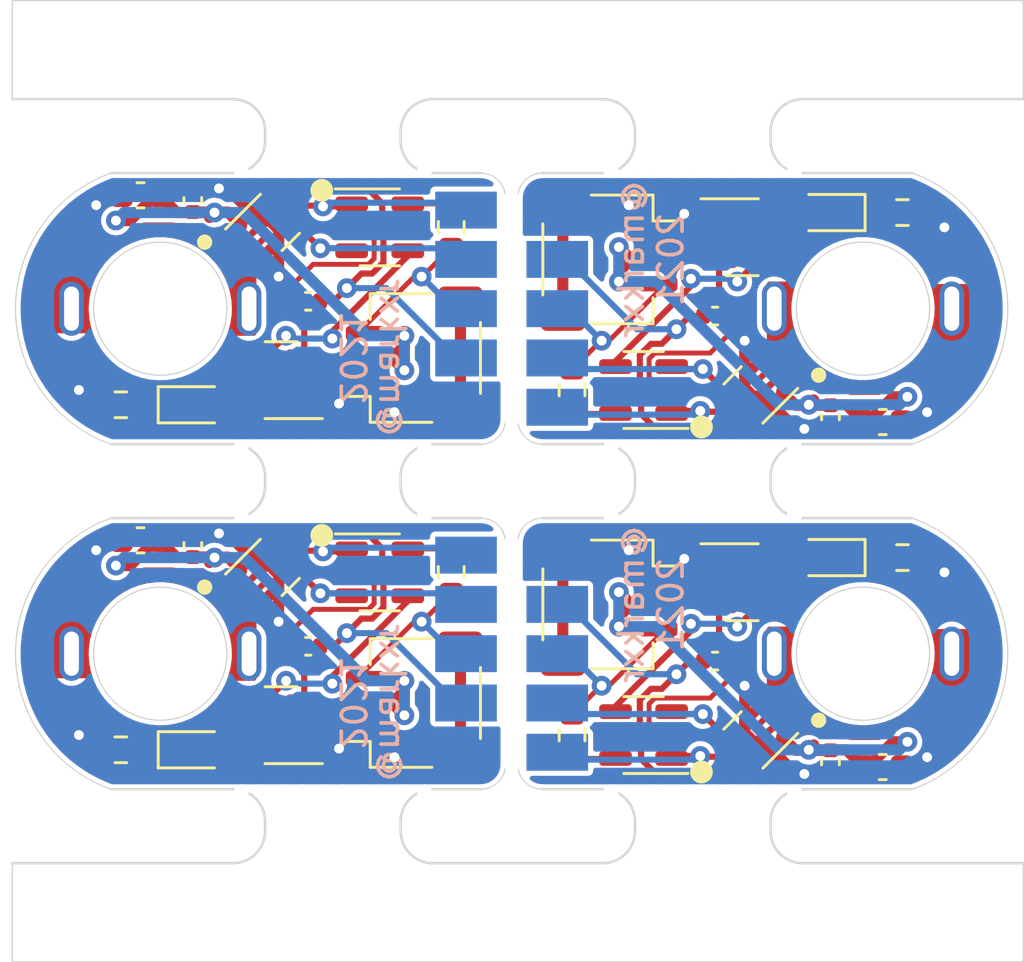
<source format=kicad_pcb>
(kicad_pcb (version 20210126) (generator pcbnew)
  (layers (0 "F.Cu" signal) (31 "B.Cu" signal) (34 "B.Paste" user) (35 "F.Paste" user) (36 "B.SilkS" user "B.Silkscreen") (37 "F.SilkS" user "F.Silkscreen") (38 "B.Mask" user) (39 "F.Mask" user) (44 "Edge.Cuts" user))
  (net 0 "")
  (net 1 "GND")
  (net 2 "VBAT")
  (net 3 "/VLOGIC")
  (net 4 "PWMIN")
  (net 5 "/MOTORF")
  (net 6 "/MOTORR")
  (net 7 "BLINKY")
  (net 8 "Net-(D1-Pad1)")
  (net 9 "/MOTOROUT1")
  (net 10 "/MOTOROUT2")
  (net 11 "/PWMR")
  (footprint "Capacitor_SMD:C_0402_1005Metric" (layer "F.Cu") (at 171.5 113.8)
    (fp_text reference "C3" hide)
    (fp_text value "1uF" hide)
  )
  (footprint "Resistor_SMD:R_0603_1608Metric" (layer "F.Cu") (at 160.8 96.2 90)
    (fp_text reference "R2" hide)
    (fp_text value "1k" hide)
  )
  (footprint "LED_SMD:LED_0603_1608Metric" (layer "F.Cu") (at 176.1 95.6 180)
    (fp_text reference "D1" hide)
    (fp_text value "LED" hide)
  )
  (footprint "motorback:drv8837_custom" (layer "F.Cu") (at 173 117 -135)
    (fp_text reference "U1" hide)
    (fp_text value "DRV8837DSGR" hide)
  )
  (footprint "motorback:drv8837_custom" (layer "F.Cu") (at 153.5 110 45)
    (fp_text reference "U1" hide)
    (fp_text value "DRV8837DSGR" hide)
  )
  (footprint "motorback:motorpad" (layer "F.Cu") (at 174.1 99.5 180)
    (fp_text reference "J3" hide)
    (fp_text value "Conn_01x01_Male" hide)
  )
  (footprint "Resistor_SMD:R_0603_1608Metric" (layer "F.Cu") (at 179.1 109.6 180)
    (fp_text reference "R1" hide)
    (fp_text value "1k" hide)
  )
  (footprint "motorback:motorpad" (layer "F.Cu") (at 152.4 99.5)
    (fp_text reference "J3" hide)
    (fp_text value "Conn_01x01_Male" hide)
  )
  (footprint "motorback:drv8837_custom" (layer "F.Cu") (at 173 103 -135)
    (fp_text reference "U1" hide)
    (fp_text value "DRV8837DSGR" hide)
  )
  (footprint "Capacitor_SMD:C_0603_1608Metric" (layer "F.Cu") (at 148.2 108.9 180)
    (fp_text reference "C1" hide)
    (fp_text value "10uF" hide)
  )
  (footprint "Capacitor_SMD:C_0402_1005Metric" (layer "F.Cu") (at 176.18 117.9 -90)
    (fp_text reference "C2" hide)
    (fp_text value "1uF" hide)
  )
  (footprint "motorback:motorpad" (layer "F.Cu") (at 174.1 113.5 180)
    (fp_text reference "J3" hide)
    (fp_text value "Conn_01x01_Male" hide)
  )
  (footprint "Capacitor_SMD:C_0603_1608Metric" (layer "F.Cu") (at 148.2 94.9 180)
    (fp_text reference "C1" hide)
    (fp_text value "10uF" hide)
  )
  (footprint "Resistor_SMD:R_0603_1608Metric" (layer "F.Cu") (at 147.4 117.4)
    (fp_text reference "R1" hide)
    (fp_text value "1k" hide)
  )
  (footprint "Resistor_SMD:R_0603_1608Metric" (layer "F.Cu") (at 160.8 110.2 90)
    (fp_text reference "R2" hide)
    (fp_text value "1k" hide)
  )
  (footprint "Package_TO_SOT_SMD:SOT-23-6" (layer "F.Cu") (at 157.9 96.2)
    (fp_text reference "U2" hide)
    (fp_text value "ATtiny4-TS" hide)
  )
  (footprint "Capacitor_SMD:C_0402_1005Metric" (layer "F.Cu") (at 155 99.2 180)
    (fp_text reference "C3" hide)
    (fp_text value "1uF" hide)
  )
  (footprint "motorback:motorpad" (layer "F.Cu") (at 180.9 99.5 180)
    (fp_text reference "J2" hide)
    (fp_text value "Conn_01x01_Male" hide)
  )
  (footprint "Resistor_SMD:R_0603_1608Metric" (layer "F.Cu") (at 165.7 116.8 -90)
    (fp_text reference "R2" hide)
    (fp_text value "1k" hide)
  )
  (footprint "Package_TO_SOT_SMD:SOT-23" (layer "F.Cu") (at 153.9 102.4 180)
    (fp_text reference "U3" hide)
    (fp_text value "AIC1734-33GUTR" hide)
  )
  (footprint "Capacitor_SMD:C_0402_1005Metric" (layer "F.Cu") (at 155 113.2 180)
    (fp_text reference "C3" hide)
    (fp_text value "1uF" hide)
  )
  (footprint "Capacitor_SMD:C_0402_1005Metric" (layer "F.Cu") (at 150.32 95.1 90)
    (fp_text reference "C2" hide)
    (fp_text value "1uF" hide)
  )
  (footprint "Capacitor_SMD:C_0402_1005Metric" (layer "F.Cu") (at 150.32 109.1 90)
    (fp_text reference "C2" hide)
    (fp_text value "1uF" hide)
  )
  (footprint "Connector_JST:JST_SH_SM03B-SRSS-TB_1x03-1MP_P1.00mm_Horizontal" (layer "F.Cu") (at 159.3 101.5 90)
    (fp_text reference "J1" hide)
    (fp_text value "Servo wire input" hide)
  )
  (footprint "Package_TO_SOT_SMD:SOT-23" (layer "F.Cu") (at 153.9 116.4 180)
    (fp_text reference "U3" hide)
    (fp_text value "AIC1734-33GUTR" hide)
  )
  (footprint "Package_TO_SOT_SMD:SOT-23" (layer "F.Cu") (at 172.6 96.6)
    (fp_text reference "U3" hide)
    (fp_text value "AIC1734-33GUTR" hide)
  )
  (footprint "motorback:motorpad" (layer "F.Cu") (at 180.9 113.5 180)
    (fp_text reference "J2" hide)
    (fp_text value "Conn_01x01_Male" hide)
  )
  (footprint "Connector_JST:JST_SH_SM03B-SRSS-TB_1x03-1MP_P1.00mm_Horizontal" (layer "F.Cu") (at 167.2 111.5 -90)
    (fp_text reference "J1" hide)
    (fp_text value "Servo wire input" hide)
  )
  (footprint "Capacitor_SMD:C_0603_1608Metric" (layer "F.Cu") (at 178.3 104.1)
    (fp_text reference "C1" hide)
    (fp_text value "10uF" hide)
  )
  (footprint "Package_TO_SOT_SMD:SOT-23" (layer "F.Cu") (at 172.6 110.6)
    (fp_text reference "U3" hide)
    (fp_text value "AIC1734-33GUTR" hide)
  )
  (footprint "Capacitor_SMD:C_0603_1608Metric" (layer "F.Cu") (at 178.3 118.1)
    (fp_text reference "C1" hide)
    (fp_text value "10uF" hide)
  )
  (footprint "LED_SMD:LED_0603_1608Metric" (layer "F.Cu") (at 176.1 109.6 180)
    (fp_text reference "D1" hide)
    (fp_text value "LED" hide)
  )
  (footprint "LED_SMD:LED_0603_1608Metric" (layer "F.Cu") (at 150.4 117.4)
    (fp_text reference "D1" hide)
    (fp_text value "LED" hide)
  )
  (footprint "Resistor_SMD:R_0603_1608Metric" (layer "F.Cu") (at 165.7 102.8 -90)
    (fp_text reference "R2" hide)
    (fp_text value "1k" hide)
  )
  (footprint "Package_TO_SOT_SMD:SOT-23-6" (layer "F.Cu") (at 157.9 110.2)
    (fp_text reference "U2" hide)
    (fp_text value "ATtiny4-TS" hide)
  )
  (footprint "Package_TO_SOT_SMD:SOT-23-6" (layer "F.Cu") (at 168.6 116.8 180)
    (fp_text reference "U2" hide)
    (fp_text value "ATtiny4-TS" hide)
  )
  (footprint "Connector_JST:JST_SH_SM03B-SRSS-TB_1x03-1MP_P1.00mm_Horizontal" (layer "F.Cu") (at 159.3 115.5 90)
    (fp_text reference "J1" hide)
    (fp_text value "Servo wire input" hide)
  )
  (footprint "Package_TO_SOT_SMD:SOT-23-6" (layer "F.Cu") (at 168.6 102.8 180)
    (fp_text reference "U2" hide)
    (fp_text value "ATtiny4-TS" hide)
  )
  (footprint "motorback:motorpad" (layer "F.Cu") (at 145.6 99.5)
    (fp_text reference "J2" hide)
    (fp_text value "Conn_01x01_Male" hide)
  )
  (footprint "motorback:drv8837_custom" (layer "F.Cu") (at 153.5 96 45)
    (fp_text reference "U1" hide)
    (fp_text value "DRV8837DSGR" hide)
  )
  (footprint "Capacitor_SMD:C_0402_1005Metric" (layer "F.Cu") (at 176.18 103.9 -90)
    (fp_text reference "C2" hide)
    (fp_text value "1uF" hide)
  )
  (footprint "Resistor_SMD:R_0603_1608Metric" (layer "F.Cu") (at 147.4 103.4)
    (fp_text reference "R1" hide)
    (fp_text value "1k" hide)
  )
  (footprint "motorback:motorpad" (layer "F.Cu") (at 152.4 113.5)
    (fp_text reference "J3" hide)
    (fp_text value "Conn_01x01_Male" hide)
  )
  (footprint "Capacitor_SMD:C_0402_1005Metric" (layer "F.Cu") (at 171.5 99.8)
    (fp_text reference "C3" hide)
    (fp_text value "1uF" hide)
  )
  (footprint "motorback:motorpad" (layer "F.Cu") (at 145.6 113.5)
    (fp_text reference "J2" hide)
    (fp_text value "Conn_01x01_Male" hide)
  )
  (footprint "Connector_JST:JST_SH_SM03B-SRSS-TB_1x03-1MP_P1.00mm_Horizontal" (layer "F.Cu") (at 167.2 97.5 -90)
    (fp_text reference "J1" hide)
    (fp_text value "Servo wire input" hide)
  )
  (footprint "LED_SMD:LED_0603_1608Metric" (layer "F.Cu") (at 150.4 103.4)
    (fp_text reference "D1" hide)
    (fp_text value "LED" hide)
  )
  (footprint "Resistor_SMD:R_0603_1608Metric" (layer "F.Cu") (at 179.1 95.6 180)
    (fp_text reference "R1" hide)
    (fp_text value "1k" hide)
  )
  (footprint "motorback:pogopins_5" (layer "B.Cu") (at 161.4 113.5 90)
    (fp_text reference "J4" hide)
    (fp_text value "prog_pins" hide)
  )
  (footprint "motorback:pogopins_5" (layer "B.Cu") (at 161.4 99.5 90)
    (fp_text reference "J4" hide)
    (fp_text value "prog_pins" hide)
  )
  (footprint "motorback:pogopins_5" (layer "B.Cu") (at 165.1 113.5 -90)
    (fp_text reference "J4" hide)
    (fp_text value "prog_pins" hide)
  )
  (footprint "motorback:pogopins_5" (layer "B.Cu") (at 165.1 99.5 -90)
    (fp_text reference "J4" hide)
    (fp_text value "prog_pins" hide)
  )
  (gr_circle (center 155.55 94.7) (end 155.95 94.7) (layer "F.SilkS") (width 0.12) (fill solid))
  (gr_circle (center 175.7 102.2) (end 175.45 102.2) (layer "F.SilkS") (width 0.12) (fill solid))
  (gr_circle (center 150.8 110.8) (end 151.05 110.8) (layer "F.SilkS") (width 0.12) (fill solid))
  (gr_circle (center 175.7 116.2) (end 175.45 116.2) (layer "F.SilkS") (width 0.12) (fill solid))
  (gr_circle (center 155.55 108.7) (end 155.95 108.7) (layer "F.SilkS") (width 0.12) (fill solid))
  (gr_circle (center 170.95 118.3) (end 170.55 118.3) (layer "F.SilkS") (width 0.12) (fill solid))
  (gr_circle (center 150.8 96.8) (end 151.05 96.8) (layer "F.SilkS") (width 0.12) (fill solid))
  (gr_circle (center 170.95 104.3) (end 170.55 104.3) (layer "F.SilkS") (width 0.12) (fill solid))
  (gr_line (start 163 118) (end 163.5 118) (layer Edge.Cuts) (width 0.05))
  (gr_arc (start 164.5 104) (end 163.5 104) (angle -90) (layer "Edge.Cuts") (width 0.05))
  (gr_line (start 163 109) (end 163.5 109) (layer Edge.Cuts) (width 0.05))
  (gr_arc (start 162 109) (end 163 109) (angle -90) (layer "Edge.Cuts") (width 0.05))
  (gr_circle (center 177.5 113.5) (end 174.8 113.5) (layer "Edge.Cuts") (width 0.05) (fill none))
  (gr_circle (center 177.5 99.5) (end 174.8 99.5) (layer "Edge.Cuts") (width 0.05) (fill none))
  (gr_line (start 184 126) (end 143 126) (layer Edge.Cuts) (width 0.05))
  (gr_arc (start 162 95) (end 163 95) (angle -90) (layer "Edge.Cuts") (width 0.05))
  (gr_line (start 163 95) (end 163.5 95) (layer Edge.Cuts) (width 0.05))
  (gr_arc (start 164.5 109) (end 164.5 108) (angle -90) (layer "Edge.Cuts") (width 0.05))
  (gr_line (start 143 91) (end 143 87) (layer Edge.Cuts) (width 0.05))
  (gr_circle (center 149 113.5) (end 151.7 113.5) (layer "Edge.Cuts") (width 0.05) (fill none))
  (gr_arc (start 164.5 118) (end 163.5 118) (angle -90) (layer "Edge.Cuts") (width 0.05))
  (gr_line (start 184 87) (end 184 91) (layer Edge.Cuts) (width 0.05))
  (gr_circle (center 149 99.5) (end 151.7 99.5) (layer "Edge.Cuts") (width 0.05) (fill none))
  (gr_arc (start 164.5 95) (end 164.5 94) (angle -90) (layer "Edge.Cuts") (width 0.05))
  (gr_arc (start 162 118) (end 162 119) (angle -90) (layer "Edge.Cuts") (width 0.05))
  (gr_arc (start 148.972702 99.5) (end 147 94) (angle -140.5369116) (layer "Edge.Cuts") (width 0.05))
  (gr_arc (start 148.972702 113.5) (end 147 108) (angle -140.5369116) (layer "Edge.Cuts") (width 0.05))
  (gr_arc (start 162 104) (end 162 105) (angle -90) (layer "Edge.Cuts") (width 0.05))
  (gr_line (start 143 87) (end 184 87) (layer Edge.Cuts) (width 0.05))
  (gr_line (start 163 104) (end 163.5 104) (layer Edge.Cuts) (width 0.05))
  (gr_arc (start 177.527298 113.5) (end 179.5 119) (angle -140.5369116) (layer "Edge.Cuts") (width 0.05))
  (gr_line (start 143 126) (end 143 122) (layer Edge.Cuts) (width 0.05))
  (gr_arc (start 177.527298 99.5) (end 179.5 105) (angle -140.5369116) (layer "Edge.Cuts") (width 0.05))
  (gr_line (start 184 122) (end 184 126) (layer Edge.Cuts) (width 0.05))
  (gr_text "@markxr\n2021" (at 168.9 111.5 90) (layer "B.SilkS") (effects (font (size 1 1)) (justify mirror)))
  (gr_text "@markxr\n2021" (at 157.6 115.5 270) (layer "B.SilkS") (effects (font (size 1 1)) (justify mirror)))
  (gr_text "@markxr\n2021" (at 168.9 97.5 90) (layer "B.SilkS") (effects (font (size 1 1)) (justify mirror)))
  (gr_text "@markxr\n2021" (at 157.6 101.5 270) (layer "B.SilkS") (effects (font (size 1 1)) (justify mirror)))
  (segment (start 153.8 110.3) (end 153.8 110.760661) (width 0.45) (layer "F.Cu") (net 1))
  (segment (start 169.059306 115.29998) (end 171.30002 115.29998) (width 0.2) (layer "F.Cu") (net 1))
  (segment (start 172.7 116.239339) (end 172.7 114.8) (width 0.45) (layer "F.Cu") (net 1))
  (segment (start 161.175 113.2) (end 161.175 117.8) (width 0.45) (layer "F.Cu") (net 1))
  (segment (start 172.7 102.239339) (end 172.7 100.8) (width 0.45) (layer "F.Cu") (net 1))
  (segment (start 168.82498 101.534306) (end 169.059306 101.29998) (width 0.2) (layer "F.Cu") (net 1))
  (segment (start 150.32 108.62) (end 151.38 108.62) (width 0.45) (layer "F.Cu") (net 1))
  (segment (start 169.059306 101.29998) (end 171.30002 101.29998) (width 0.2) (layer "F.Cu") (net 1))
  (segment (start 165.325 113.8) (end 165.325 109.2) (width 0.45) (layer "F.Cu") (net 1))
  (segment (start 167.3 95.2) (end 165.325 95.2) (width 0.45) (layer "F.Cu") (net 1))
  (segment (start 179.075 104.1) (end 179.7 104.1) (width 0.45) (layer "F.Cu") (net 1))
  (segment (start 179.925 109.6) (end 180.2 109.6) (width 0.45) (layer "F.Cu") (net 1))
  (segment (start 146.3 103.4) (end 145.7 102.8) (width 0.45) (layer "F.Cu") (net 1))
  (segment (start 172.7 116.7) (end 172.7 116.239339) (width 0.45) (layer "F.Cu") (net 1))
  (segment (start 146.575 117.4) (end 146.3 117.4) (width 0.45) (layer "F.Cu") (net 1))
  (segment (start 153.8 110.760661) (end 153.358579 111.202082) (width 0.45) (layer "F.Cu") (net 1))
  (segment (start 154.8375 117.35) (end 156.25 117.35) (width 0.45) (layer "F.Cu") (net 1))
  (segment (start 153.8 110.3) (end 153.8 110.7) (width 0.45) (layer "F.Cu") (net 1))
  (segment (start 153.8 96.3) (end 153.8 96.7) (width 0.45) (layer "F.Cu") (net 1))
  (segment (start 150.32 94.62) (end 151.38 94.62) (width 0.45) (layer "F.Cu") (net 1))
  (segment (start 165.325 99.8) (end 165.325 95.2) (width 0.45) (layer "F.Cu") (net 1))
  (segment (start 179.925 95.6) (end 180.2 95.6) (width 0.45) (layer "F.Cu") (net 1))
  (segment (start 157.1625 96.2) (end 157.67502 96.71252) (width 0.2) (layer "F.Cu") (net 1))
  (segment (start 172 113.82) (end 171.98 113.8) (width 0.2) (layer "F.Cu") (net 1))
  (segment (start 155.19998 111.70002) (end 154.5 112.4) (width 0.2) (layer "F.Cu") (net 1))
  (segment (start 153.8 96.760661) (end 153.358579 97.202082) (width 0.45) (layer "F.Cu") (net 1))
  (segment (start 146.575 103.4) (end 146.3 103.4) (width 0.45) (layer "F.Cu") (net 1))
  (segment (start 154.5 113.18) (end 154.52 113.2) (width 0.2) (layer "F.Cu") (net 1))
  (segment (start 168.82498 116.28748) (end 168.82498 115.534306) (width 0.2) (layer "F.Cu") (net 1))
  (segment (start 151.38 94.62) (end 151.72 94.62) (width 0.45) (layer "F.Cu") (net 1))
  (segment (start 157.67502 96.71252) (end 157.67502 97.465694) (width 0.2) (layer "F.Cu") (net 1))
  (segment (start 169.3375 102.8) (end 168.82498 102.28748) (width 0.2) (layer "F.Cu") (net 1))
  (segment (start 157.67502 111.465694) (end 157.440694 111.70002) (width 0.2) (layer "F.Cu") (net 1))
  (segment (start 172.7 102.7) (end 172.7 102.239339) (width 0.45) (layer "F.Cu") (net 1))
  (segment (start 167.9 95.2) (end 165.325 95.2) (width 0.45) (layer "F.Cu") (net 1))
  (segment (start 172 99.82) (end 171.98 99.8) (width 0.2) (layer "F.Cu") (net 1))
  (segment (start 154.5 98.4) (end 154.5 99.18) (width 0.2) (layer "F.Cu") (net 1))
  (segment (start 169.3375 116.8) (end 168.82498 116.28748) (width 0.2) (layer "F.Cu") (net 1))
  (segment (start 176.18 118.38) (end 175.12 118.38) (width 0.45) (layer "F.Cu") (net 1))
  (segment (start 146.8 94.9) (end 146.4 95.3) (width 0.45) (layer "F.Cu") (net 1))
  (segment (start 173.282843 103.282843) (end 172.7 102.7) (width 0.45) (layer "F.Cu") (net 1))
  (segment (start 170.25 95.65) (end 170.05 95.65) (width 0.45) (layer "F.Cu") (net 1))
  (segment (start 167.9 109.2) (end 165.325 109.2) (width 0.45) (layer "F.Cu") (net 1))
  (segment (start 179.7 104.1) (end 180.1 103.7) (width 0.45) (layer "F.Cu") (net 1))
  (segment (start 146.8 108.9) (end 146.4 109.3) (width 0.45) (layer "F.Cu") (net 1))
  (segment (start 171.6625 109.65) (end 170.25 109.65) (width 0.45) (layer "F.Cu") (net 1))
  (segment (start 172 114.6) (end 172.5 114.6) (width 0.2) (layer "F.Cu") (net 1))
  (segment (start 171.30002 101.29998) (end 172 100.6) (width 0.2) (layer "F.Cu") (net 1))
  (segment (start 167.3 109.2) (end 165.325 109.2) (width 0.45) (layer "F.Cu") (net 1))
  (segment (start 157.3 116.5) (end 158.5 117.7) (width 0.45) (layer "F.Cu") (net 1))
  (segment (start 159.2 117.8) (end 161.175 117.8) (width 0.45) (layer "F.Cu") (net 1))
  (segment (start 156.45 103.35) (end 157.3 102.5) (width 0.45) (layer "F.Cu") (net 1))
  (segment (start 168.82498 115.534306) (end 169.059306 115.29998) (width 0.2) (layer "F.Cu") (net 1))
  (segment (start 158.5 117.7) (end 158.6 117.8) (width 0.45) (layer "F.Cu") (net 1))
  (segment (start 172.7 102.239339) (end 173.141421 101.797918) (width 0.45) (layer "F.Cu") (net 1))
  (segment (start 155.19998 97.70002) (end 154.5 98.4) (width 0.2) (layer "F.Cu") (net 1))
  (segment (start 153.217157 95.717157) (end 153.8 96.3) (width 0.45) (layer "F.Cu") (net 1))
  (segment (start 153.217157 109.717157) (end 153.8 110.3) (width 0.45) (layer "F.Cu") (net 1))
  (segment (start 157.3 102.5) (end 158.5 103.7) (width 0.45) (layer "F.Cu") (net 1))
  (segment (start 156.45 117.35) (end 157.3 116.5) (width 0.45) (layer "F.Cu") (net 1))
  (segment (start 156.25 103.35) (end 156.45 103.35) (width 0.45) (layer "F.Cu") (net 1))
  (segment (start 161.175 99.2) (end 161.175 103.8) (width 0.45) (layer "F.Cu") (net 1))
  (segment (start 153.8 96.760661) (end 153.8 98.2) (width 0.45) (layer "F.Cu") (net 1))
  (segment (start 172.7 102.7) (end 172.7 102.3) (width 0.45) (layer "F.Cu") (net 1))
  (segment (start 171.6625 95.65) (end 170.25 95.65) (width 0.45) (layer "F.Cu") (net 1))
  (segment (start 154 98.4) (end 153.8 98.2) (width 0.2) (layer "F.Cu") (net 1))
  (segment (start 170.05 95.65) (end 169.2 96.5) (width 0.45) (layer "F.Cu") (net 1))
  (segment (start 157.440694 97.70002) (end 155.19998 97.70002) (width 0.2) (layer "F.Cu") (net 1))
  (segment (start 179.7 118.1) (end 180.1 117.7) (width 0.45) (layer "F.Cu") (net 1))
  (segment (start 168 95.3) (end 167.9 95.2) (width 0.45) (layer "F.Cu") (net 1))
  (segment (start 179.075 118.1) (end 179.7 118.1) (width 0.45) (layer "F.Cu") (net 1))
  (segment (start 153.8 110.760661) (end 153.8 112.2) (width 0.45) (layer "F.Cu") (net 1))
  (segment (start 158.6 103.8) (end 161.175 103.8) (width 0.45) (layer "F.Cu") (net 1))
  (segment (start 156.25 117.35) (end 156.45 117.35) (width 0.45) (layer "F.Cu") (net 1))
  (segment (start 172.7 116.7) (end 172.7 116.3) (width 0.45) (layer "F.Cu") (net 1))
  (segment (start 171.30002 115.29998) (end 172 114.6) (width 0.2) (layer "F.Cu") (net 1))
  (segment (start 159.2 103.8) (end 161.175 103.8) (width 0.45) (layer "F.Cu") (net 1))
  (segment (start 154.8375 103.35) (end 156.25 103.35) (width 0.45) (layer "F.Cu") (net 1))
  (segment (start 175.12 118.38) (end 174.78 118.38) (width 0.45) (layer "F.Cu") (net 1))
  (segment (start 157.1625 110.2) (end 157.67502 110.71252) (width 0.2) (layer "F.Cu") (net 1))
  (segment (start 154 112.4) (end 153.8 112.2) (width 0.2) (layer "F.Cu") (net 1))
  (segment (start 147.425 108.9) (end 146.8 108.9) (width 0.45) (layer "F.Cu") (net 1))
  (segment (start 174.78 118.38) (end 173.782843 117.382843) (width 0.45) (layer "F.Cu") (net 1))
  (segment (start 175.12 104.38) (end 174.78 104.38) (width 0.45) (layer "F.Cu") (net 1))
  (segment (start 157.440694 111.70002) (end 155.19998 111.70002) (width 0.2) (layer "F.Cu") (net 1))
  (segment (start 180.2 95.6) (end 180.8 96.2) (width 0.45) (layer "F.Cu") (net 1))
  (segment (start 172 100.6) (end 172.5 100.6) (width 0.2) (layer "F.Cu") (net 1))
  (segment (start 146.3 117.4) (end 145.7 116.8) (width 0.45) (layer "F.Cu") (net 1))
  (segment (start 151.72 94.62) (end 152.717157 95.617157) (width 0.45) (layer "F.Cu") (net 1))
  (segment (start 170.25 109.65) (end 170.05 109.65) (width 0.45) (layer "F.Cu") (net 1))
  (segment (start 154.5 99.18) (end 154.52 99.2) (width 0.2) (layer "F.Cu") (net 1))
  (segment (start 158.5 103.7) (end 158.6 103.8) (width 0.45) (layer "F.Cu") (net 1))
  (segment (start 180.2 109.6) (end 180.8 110.2) (width 0.45) (layer "F.Cu") (net 1))
  (segment (start 168.82498 102.28748) (end 168.82498 101.534306) (width 0.2) (layer "F.Cu") (net 1))
  (segment (start 151.72 108.62) (end 152.717157 109.617157) (width 0.45) (layer "F.Cu") (net 1))
  (segment (start 172 114.6) (end 172 113.82) (width 0.2) (layer "F.Cu") (net 1))
  (segment (start 157.67502 110.71252) (end 157.67502 111.465694) (width 0.2) (layer "F.Cu") (net 1))
  (segment (start 173.282843 117.282843) (end 172.7 116.7) (width 0.45) (layer "F.Cu") (net 1))
  (segment (start 151.38 108.62) (end 151.72 108.62) (width 0.45) (layer "F.Cu") (net 1))
  (segment (start 154.5 112.4) (end 154 112.4) (width 0.2) (layer "F.Cu") (net 1))
  (segment (start 169.2 96.5) (end 168 95.3) (width 0.45) (layer "F.Cu") (net 1))
  (segment (start 147.425 94.9) (end 146.8 94.9) (width 0.45) (layer "F.Cu") (net 1))
  (segment (start 172.5 100.6) (end 172.7 100.8) (width 0.2) (layer "F.Cu") (net 1))
  (segment (start 170.05 109.65) (end 169.2 110.5) (width 0.45) (layer "F.Cu") (net 1))
  (segment (start 169.2 110.5) (end 168 109.3) (width 0.45) (layer "F.Cu") (net 1))
  (segment (start 176.18 104.38) (end 175.12 104.38) (width 0.45) (layer "F.Cu") (net 1))
  (segment (start 153.8 96.3) (end 153.8 96.760661) (width 0.45) (layer "F.Cu") (net 1))
  (segment (start 158.6 117.8) (end 161.175 117.8) (width 0.45) (layer "F.Cu") (net 1))
  (segment (start 172.7 116.239339) (end 173.141421 115.797918) (width 0.45) (layer "F.Cu") (net 1))
  (segment (start 154.5 112.4) (end 154.5 113.18) (width 0.2) (layer "F.Cu") (net 1))
  (segment (start 172 100.6) (end 172 99.82) (width 0.2) (layer "F.Cu") (net 1))
  (segment (start 174.78 104.38) (end 173.782843 103.382843) (width 0.45) (layer "F.Cu") (net 1))
  (segment (start 157.67502 97.465694) (end 157.440694 97.70002) (width 0.2) (layer "F.Cu") (net 1))
  (segment (start 154.5 98.4) (end 154 98.4) (width 0.2) (layer "F.Cu") (net 1))
  (segment (start 168 109.3) (end 167.9 109.2) (width 0.45) (layer "F.Cu") (net 1))
  (segment (start 172.5 114.6) (end 172.7 114.8) (width 0.2) (layer "F.Cu") (net 1))
  (via (at 158.5 103.7) (size 0.8) (drill 0.4) (layers "F.Cu" "B.Cu") (net 1))
  (via (at 172.7 114.8) (size 0.8) (drill 0.4) (layers "F.Cu" "B.Cu") (net 1))
  (via (at 168 109.3) (size 0.8) (drill 0.4) (layers "F.Cu" "B.Cu") (net 1))
  (via (at 175.12 104.38) (size 0.8) (drill 0.4) (layers "F.Cu" "B.Cu") (net 1))
  (via (at 151.38 94.62) (size 0.8) (drill 0.4) (layers "F.Cu" "B.Cu") (net 1))
  (via (at 170.25 109.65) (size 0.8) (drill 0.4) (layers "F.Cu" "B.Cu") (net 1))
  (via (at 153.8 112.2) (size 0.8) (drill 0.4) (layers "F.Cu" "B.Cu") (net 1))
  (via (at 146.4 95.3) (size 0.8) (drill 0.4) (layers "F.Cu" "B.Cu") (net 1))
  (via (at 156.25 117.35) (size 0.8) (drill 0.4) (layers "F.Cu" "B.Cu") (net 1))
  (via (at 151.38 108.62) (size 0.8) (drill 0.4) (layers "F.Cu" "B.Cu") (net 1))
  (via (at 145.7 116.8) (size 0.8) (drill 0.4) (layers "F.Cu" "B.Cu") (net 1))
  (via (at 145.7 102.8) (size 0.8) (drill 0.4) (layers "F.Cu" "B.Cu") (net 1))
  (via (at 172.7 100.8) (size 0.8) (drill 0.4) (layers "F.Cu" "B.Cu") (net 1))
  (via (at 168 95.3) (size 0.8) (drill 0.4) (layers "F.Cu" "B.Cu") (net 1))
  (via (at 158.5 117.7) (size 0.8) (drill 0.4) (layers "F.Cu" "B.Cu") (net 1))
  (via (at 146.4 109.3) (size 0.8) (drill 0.4) (layers "F.Cu" "B.Cu") (net 1))
  (via (at 180.8 110.2) (size 0.8) (drill 0.4) (layers "F.Cu" "B.Cu") (net 1))
  (via (at 170.25 95.65) (size 0.8) (drill 0.4) (layers "F.Cu" "B.Cu") (net 1))
  (via (at 180.8 96.2) (size 0.8) (drill 0.4) (layers "F.Cu" "B.Cu") (net 1))
  (via (at 156.25 103.35) (size 0.8) (drill 0.4) (layers "F.Cu" "B.Cu") (net 1))
  (via (at 180.1 117.7) (size 0.8) (drill 0.4) (layers "F.Cu" "B.Cu") (net 1))
  (via (at 153.8 98.2) (size 0.8) (drill 0.4) (layers "F.Cu" "B.Cu") (net 1))
  (via (at 180.1 103.7) (size 0.8) (drill 0.4) (layers "F.Cu" "B.Cu") (net 1))
  (via (at 175.12 118.38) (size 0.8) (drill 0.4) (layers "F.Cu" "B.Cu") (net 1))
  (segment (start 150.32 109.58) (end 151.18 109.58) (width 0.45) (layer "F.Cu") (net 2))
  (segment (start 158.9 116) (end 158.4 115.5) (width 0.45) (layer "F.Cu") (net 2))
  (segment (start 147.20018 95.925012) (end 147.325192 95.8) (width 0.45) (layer "F.Cu") (net 2))
  (segment (start 177.7 104.1) (end 177.525 104.1) (width 0.45) (layer "F.Cu") (net 2))
  (segment (start 178.725012 117.074988) (end 177.7 118.1) (width 0.45) (layer "F.Cu") (net 2))
  (segment (start 179.29982 117.074988) (end 179.174808 117.2) (width 0.45) (layer "F.Cu") (net 2))
  (segment (start 158.9 114.675) (end 158.9 114.6) (width 0.45) (layer "F.Cu") (net 2))
  (segment (start 178.725012 103.074988) (end 177.7 104.1) (width 0.45) (layer "F.Cu") (net 2))
  (segment (start 147.20018 109.925012) (end 147.774988 109.925012) (width 0.45) (layer "F.Cu") (net 2))
  (segment (start 173.5375 96.6) (end 170.61749 96.6) (width 0.45) (layer "F.Cu") (net 2))
  (segment (start 148.975 94.9) (end 149.675 95.6) (width 0.45) (layer "F.Cu") (net 2))
  (segment (start 156.78251 115.5) (end 157.3 115.5) (width 0.45) (layer "F.Cu") (net 2))
  (segment (start 169.71749 111.5) (end 169.2 111.5) (width 0.45) (layer "F.Cu") (net 2))
  (segment (start 152.9625 102.4) (end 155.88251 102.4) (width 0.45) (layer "F.Cu") (net 2))
  (segment (start 168.1 111.5) (end 167.6 112) (width 0.45) (layer "F.Cu") (net 2))
  (segment (start 158.4 101.5) (end 158.075 101.5) (width 0.45) (layer "F.Cu") (net 2))
  (segment (start 148.8 108.9) (end 148.975 108.9) (width 0.45) (layer "F.Cu") (net 2))
  (segment (start 158.4 101.5) (end 158.9 101) (width 0.45) (layer "F.Cu") (net 2))
  (segment (start 147.774988 109.925012) (end 148.8 108.9) (width 0.45) (layer "F.Cu") (net 2))
  (segment (start 169.71749 97.5) (end 169.2 97.5) (width 0.45) (layer "F.Cu") (net 2))
  (segment (start 170.61749 96.6) (end 169.71749 97.5) (width 0.45) (layer "F.Cu") (net 2))
  (segment (start 149.675 109.6) (end 151.2 109.6) (width 0.45) (layer "F.Cu") (net 2))
  (segment (start 173.5375 110.6) (end 170.61749 110.6) (width 0.45) (layer "F.Cu") (net 2))
  (segment (start 155.88251 102.4) (end 156.78251 101.5) (width 0.45) (layer "F.Cu") (net 2))
  (segment (start 175.5 103.2) (end 175.3 103.4) (width 0.45) (layer "F.Cu") (net 2))
  (segment (start 150.32 95.58) (end 151.736497 95.58) (width 0.45) (layer "F.Cu") (net 2))
  (segment (start 149.675 95.6) (end 151.2 95.6) (width 0.45) (layer "F.Cu") (net 2))
  (segment (start 158.4 115.5) (end 157.3 115.5) (width 0.45) (layer "F.Cu") (net 2))
  (segment (start 168.1 97.5) (end 167.6 98) (width 0.45) (layer "F.Cu") (net 2))
  (segment (start 168.1 111.5) (end 168.425 111.5) (width 0.45) (layer "F.Cu") (net 2))
  (segment (start 158.4 115.5) (end 158.075 115.5) (width 0.45) (layer "F.Cu") (net 2))
  (segment (start 170.61749 110.6) (end 169.71749 111.5) (width 0.45) (layer "F.Cu") (net 2))
  (segment (start 176.18 117.42) (end 174.763503 117.42) (width 0.45) (layer "F.Cu") (net 2))
  (segment (start 167.6 98.325) (end 167.6 98.4) (width 0.45) (layer "F.Cu") (net 2))
  (segment (start 150.32 109.58) (end 151.736497 109.58) (width 0.45) (layer "F.Cu") (net 2))
  (segment (start 176.18 103.42) (end 174.763503 103.42) (width 0.45) (layer "F.Cu") (net 2))
  (segment (start 167.6 97) (end 167.6 98.4) (width 0.45) (layer "F.Cu") (net 2))
  (segment (start 151.736497 109.58) (end 152.297918 110.141421) (width 0.45) (layer "F.Cu") (net 2))
  (segment (start 174.763503 103.42) (end 174.202082 102.858579) (width 0.45) (layer "F.Cu") (net 2))
  (segment (start 168.1 111.5) (end 169.2 111.5) (width 0.45) (layer "F.Cu") (net 2))
  (segment (start 168.1 97.5) (end 169.2 97.5) (width 0.45) (layer "F.Cu") (net 2))
  (segment (start 177.7 118.1) (end 177.525 118.1) (width 0.45) (layer "F.Cu") (net 2))
  (segment (start 151.18 95.58) (end 151.2 95.6) (width 0.45) (layer "F.Cu") (net 2))
  (segment (start 148.8 94.9) (end 148.975 94.9) (width 0.45) (layer "F.Cu") (net 2))
  (segment (start 179.29982 103.074988) (end 178.725012 103.074988) (width 0.45) (layer "F.Cu") (net 2))
  (segment (start 176.825 103.4) (end 175.3 103.4) (width 0.45) (layer "F.Cu") (net 2))
  (segment (start 158.9 102) (end 158.4 101.5) (width 0.45) (layer "F.Cu") (net 2))
  (segment (start 147.20018 95.925012) (end 147.774988 95.925012) (width 0.45) (layer "F.Cu") (net 2))
  (segment (start 158.9 116) (end 158.9 114.6) (width 0.45) (layer "F.Cu") (net 2))
  (segment (start 151.18 109.58) (end 151.2 109.6) (width 0.45) (layer "F.Cu") (net 2))
  (segment (start 147.774988 95.925012) (end 148.8 94.9) (width 0.45) (layer "F.Cu") (net 2))
  (segment (start 151 109.8) (end 151.2 109.6) (width 0.45) (layer "F.Cu") (net 2))
  (segment (start 176.825 117.4) (end 175.3 117.4) (width 0.45) (layer "F.Cu") (net 2))
  (segment (start 167.6 111) (end 167.6 112.4) (width 0.45) (layer "F.Cu") (net 2))
  (segment (start 158.9 102) (end 158.9 100.6) (width 0.45) (layer "F.Cu") (net 2))
  (segment (start 179.29982 117.074988) (end 178.725012 117.074988) (width 0.45) (layer "F.Cu") (net 2))
  (segment (start 177.525 104.1) (end 176.825 103.4) (width 0.45) (layer "F.Cu") (net 2))
  (segment (start 147.20018 109.925012) (end 147.325192 109.8) (width 0.45) (layer "F.Cu") (net 2))
  (segment (start 151 95.8) (end 151.2 95.6) (width 0.45) (layer "F.Cu") (net 2))
  (segment (start 175.32 117.42) (end 175.3 117.4) (width 0.45) (layer "F.Cu") (net 2))
  (segment (start 158.4 115.5) (end 158.9 115) (width 0.45) (layer "F.Cu") (net 2))
  (segment (start 148.975 108.9) (end 149.675 109.6) (width 0.45) (layer "F.Cu") (net 2))
  (segment (start 175.32 103.42) (end 175.3 103.4) (width 0.45) (layer "F.Cu") (net 2))
  (segment (start 167.6 112) (end 167.6 112.4) (width 0.45) (layer "F.Cu") (net 2))
  (segment (start 176.18 117.42) (end 175.32 117.42) (width 0.45) (layer "F.Cu") (net 2))
  (segment (start 167.6 97) (end 168.1 97.5) (width 0.45) (layer "F.Cu") (net 2))
  (segment (start 179.29982 103.074988) (end 179.174808 103.2) (width 0.45) (layer "F.Cu") (net 2))
  (segment (start 158.9 115) (end 158.9 114.6) (width 0.45) (layer "F.Cu") (net 2))
  (segment (start 158.4 101.5) (end 157.3 101.5) (width 0.45) (layer "F.Cu") (net 2))
  (segment (start 158.9 100.675) (end 158.9 100.6) (width 0.45) (layer "F.Cu") (net 2))
  (segment (start 152.9625 116.4) (end 155.88251 116.4) (width 0.45) (layer "F.Cu") (net 2))
  (segment (start 167.6 112.325) (end 167.6 112.4) (width 0.45) (layer "F.Cu") (net 2))
  (segment (start 175.5 117.2) (end 175.3 117.4) (width 0.45) (layer "F.Cu") (net 2))
  (segment (start 176.18 103.42) (end 175.32 103.42) (width 0.45) (layer "F.Cu") (net 2))
  (segment (start 177.525 118.1) (end 176.825 117.4) (width 0.45) (layer "F.Cu") (net 2))
  (segment (start 158.9 101) (end 158.9 100.6) (width 0.45) (layer "F.Cu") (net 2))
  (segment (start 155.88251 116.4) (end 156.78251 115.5) (width 0.45) (layer "F.Cu") (net 2))
  (segment (start 156.78251 101.5) (end 157.3 101.5) (width 0.45) (layer "F.Cu") (net 2))
  (segment (start 151.736497 95.58) (end 152.297918 96.141421) (width 0.45) (layer "F.Cu") (net 2))
  (segment (start 167.6 111) (end 168.1 111.5) (width 0.45) (layer "F.Cu") (net 2))
  (segment (start 150.32 95.58) (end 151.18 95.58) (width 0.45) (layer "F.Cu") (net 2))
  (segment (start 174.763503 117.42) (end 174.202082 116.858579) (width 0.45) (layer "F.Cu") (net 2))
  (segment (start 168.1 97.5) (end 168.425 97.5) (width 0.45) (layer "F.Cu") (net 2))
  (segment (start 167.6 98) (end 167.6 98.4) (width 0.45) (layer "F.Cu") (net 2))
  (via (at 158.9 116) (size 0.8) (drill 0.4) (layers "F.Cu" "B.Cu") (net 2))
  (via (at 175.3 117.4) (size 0.8) (drill 0.4) (layers "F.Cu" "B.Cu") (net 2))
  (via (at 151.2 95.6) (size 0.8) (drill 0.4) (layers "F.Cu" "B.Cu") (net 2))
  (via (at 167.6 111) (size 0.8) (drill 0.4) (layers "F.Cu" "B.Cu") (net 2))
  (via (at 167.6 98.4) (size 0.8) (drill 0.4) (layers "F.Cu" "B.Cu") (net 2))
  (via (at 147.20018 109.925012) (size 0.8) (drill 0.4) (layers "F.Cu" "B.Cu") (net 2))
  (via (at 175.3 103.4) (size 0.8) (drill 0.4) (layers "F.Cu" "B.Cu") (net 2))
  (via (at 158.9 102) (size 0.8) (drill 0.4) (layers "F.Cu" "B.Cu") (net 2))
  (via (at 167.6 112.4) (size 0.8) (drill 0.4) (layers "F.Cu" "B.Cu") (net 2))
  (via (at 151.2 109.6) (size 0.8) (drill 0.4) (layers "F.Cu" "B.Cu") (net 2))
  (via (at 167.6 97) (size 0.8) (drill 0.4) (layers "F.Cu" "B.Cu") (net 2))
  (via (at 179.29982 103.074988) (size 0.8) (drill 0.4) (layers "F.Cu" "B.Cu") (net 2))
  (via (at 158.9 114.6) (size 0.8) (drill 0.4) (layers "F.Cu" "B.Cu") (net 2))
  (via (at 179.29982 117.074988) (size 0.8) (drill 0.4) (layers "F.Cu" "B.Cu") (net 2))
  (via (at 147.20018 95.925012) (size 0.8) (drill 0.4) (layers "F.Cu" "B.Cu") (net 2))
  (via (at 158.9 100.6) (size 0.8) (drill 0.4) (layers "F.Cu" "B.Cu") (net 2))
  (segment (start 158.9 116) (end 158.9 114.6) (width 0.45) (layer "B.Cu") (net 2))
  (segment (start 179.29982 103.074988) (end 178.974808 103.4) (width 0.45) (layer "B.Cu") (net 2))
  (segment (start 152.4 109.6) (end 151.2 109.6) (width 0.45) (layer "B.Cu") (net 2))
  (segment (start 169.1 112.4) (end 174.1 117.4) (width 0.45) (layer "B.Cu") (net 2))
  (segment (start 174.1 117.4) (end 175.3 117.4) (width 0.45) (layer "B.Cu") (net 2))
  (segment (start 169.1 98.4) (end 174.1 103.4) (width 0.45) (layer "B.Cu") (net 2))
  (segment (start 167.6 98.4) (end 169.1 98.4) (width 0.45) (layer "B.Cu") (net 2))
  (segment (start 178.974808 117.4) (end 175.3 117.4) (width 0.45) (layer "B.Cu") (net 2))
  (segment (start 147.20018 109.925012) (end 147.525192 109.6) (width 0.45) (layer "B.Cu") (net 2))
  (segment (start 178.974808 103.4) (end 175.3 103.4) (width 0.45) (layer "B.Cu") (net 2))
  (segment (start 179.29982 117.074988) (end 178.974808 117.4) (width 0.45) (layer "B.Cu") (net 2))
  (segment (start 167.6 112.4) (end 169.1 112.4) (width 0.45) (layer "B.Cu") (net 2))
  (segment (start 157.4 100.6) (end 152.4 95.6) (width 0.45) (layer "B.Cu") (net 2))
  (segment (start 147.525192 109.6) (end 151.2 109.6) (width 0.45) (layer "B.Cu") (net 2))
  (segment (start 167.6 97) (end 167.6 98.4) (width 0.45) (layer "B.Cu") (net 2))
  (segment (start 174.1 103.4) (end 175.3 103.4) (width 0.45) (layer "B.Cu") (net 2))
  (segment (start 158.9 114.6) (end 157.4 114.6) (width 0.45) (layer "B.Cu") (net 2))
  (segment (start 158.9 102) (end 158.9 100.6) (width 0.45) (layer "B.Cu") (net 2))
  (segment (start 167.6 111) (end 167.6 112.4) (width 0.45) (layer "B.Cu") (net 2))
  (segment (start 152.4 95.6) (end 151.2 95.6) (width 0.45) (layer "B.Cu") (net 2))
  (segment (start 147.20018 95.925012) (end 147.525192 95.6) (width 0.45) (layer "B.Cu") (net 2))
  (segment (start 158.9 100.6) (end 157.4 100.6) (width 0.45) (layer "B.Cu") (net 2))
  (segment (start 147.525192 95.6) (end 151.2 95.6) (width 0.45) (layer "B.Cu") (net 2))
  (segment (start 157.4 114.6) (end 152.4 109.6) (width 0.45) (layer "B.Cu") (net 2))
  (segment (start 169.342141 100.924969) (end 169.933555 100.333555) (width 0.25) (layer "F.Cu") (net 3))
  (segment (start 172.505025 117.848528) (end 171.953553 118.4) (width 0.25) (layer "F.Cu") (net 3))
  (segment (start 157.157859 112.075031) (end 156.566445 112.666445) (width 0.25) (layer "F.Cu") (net 3))
  (segment (start 158.050031 111.621029) (end 157.596028 112.075031) (width 0.25) (layer "F.Cu") (net 3))
  (segment (start 158.375 110.2) (end 158.050031 110.524969) (width 0.25) (layer "F.Cu") (net 3))
  (segment (start 155.48 113.2) (end 154.8375 113.8425) (width 0.25) (layer "F.Cu") (net 3))
  (segment (start 155.48 99.2) (end 156.03289 99.2) (width 0.25) (layer "F.Cu") (net 3))
  (segment (start 153.994975 95.151472) (end 154.546447 94.6) (width 0.25) (layer "F.Cu") (net 3))
  (segment (start 171.02 99.8) (end 170.46711 99.8) (width 0.25) (layer "F.Cu") (net 3))
  (segment (start 172.858579 118.202082) (end 172.505025 117.848528) (width 0.25) (layer "F.Cu") (net 3))
  (segment (start 167.4625 116.8) (end 168.125 116.8) (width 0.25) (layer "F.Cu") (net 3))
  (segment (start 158 109.22393) (end 158 109.825) (width 0.25) (layer "F.Cu") (net 3))
  (segment (start 168.125 102.8) (end 168.449969 102.475031) (width 0.25) (layer "F.Cu") (net 3))
  (segment (start 158 95.825) (end 158.375 96.2) (width 0.25) (layer "F.Cu") (net 3))
  (segment (start 167.4625 102.8) (end 168.125 102.8) (width 0.25) (layer "F.Cu") (net 3))
  (segment (start 169.342141 114.924969) (end 169.933555 114.333555) (width 0.25) (layer "F.Cu") (net 3))
  (segment (start 156.03289 99.2) (end 156.566445 98.666445) (width 0.25) (layer "F.Cu") (net 3))
  (segment (start 158.050031 110.524969) (end 158.050031 111.621029) (width 0.25) (layer "F.Cu") (net 3))
  (segment (start 168.5 117.77607) (end 168.5 117.175) (width 0.25) (layer "F.Cu") (net 3))
  (segment (start 171.6625 99.1575) (end 171.6625 97.55) (width 0.25) (layer "F.Cu") (net 3))
  (segment (start 170.46711 113.8) (end 169.933555 114.333555) (width 0.25) (layer "F.Cu") (net 3))
  (segment (start 155.7 108.6) (end 157.37607 108.6) (width 0.25) (layer "F.Cu") (net 3))
  (segment (start 171.02 113.8) (end 170.46711 113.8) (width 0.25) (layer "F.Cu") (net 3))
  (segment (start 158.050031 97.621029) (end 157.596028 98.075031) (width 0.25) (layer "F.Cu") (net 3))
  (segment (start 159.0375 96.2) (end 158.375 96.2) (width 0.25) (layer "F.Cu") (net 3))
  (segment (start 158.050031 96.524969) (end 158.050031 97.621029) (width 0.25) (layer "F.Cu") (net 3))
  (segment (start 157.596028 112.075031) (end 157.157859 112.075031) (width 0.25) (layer "F.Cu") (net 3))
  (segment (start 168.903972 114.924969) (end 169.342141 114.924969) (width 0.25) (layer "F.Cu") (net 3))
  (segment (start 171.02 113.8) (end 171.6625 113.1575) (width 0.25) (layer "F.Cu") (net 3))
  (segment (start 155.48 99.2) (end 154.8375 99.8425) (width 0.25) (layer "F.Cu") (net 3))
  (segment (start 153.641421 108.797918) (end 153.994975 109.151472) (width 0.25) (layer "F.Cu") (net 3))
  (segment (start 157.596028 98.075031) (end 157.157859 98.075031) (width 0.25) (layer "F.Cu") (net 3))
  (segment (start 169.12393 104.4) (end 168.5 103.77607) (width 0.25) (layer "F.Cu") (net 3))
  (segment (start 157.37607 94.6) (end 158 95.22393) (width 0.25) (layer "F.Cu") (net 3))
  (segment (start 157.157859 98.075031) (end 156.566445 98.666445) (width 0.25) (layer "F.Cu") (net 3))
  (segment (start 168.449969 101.378971) (end 168.903972 100.924969) (width 0.25) (layer "F.Cu") (net 3))
  (segment (start 171.02 99.8) (end 171.6625 99.1575) (width 0.25) (layer "F.Cu") (net 3))
  (segment (start 154.8375 99.8425) (end 154.8375 101.45) (width 0.25) (layer "F.Cu") (net 3))
  (segment (start 170.8 104.4) (end 169.12393 104.4) (width 0.25) (layer "F.Cu") (net 3))
  (segment (start 154.546447 108.6) (end 155.7 108.6) (width 0.25) (layer "F.Cu") (net 3))
  (segment (start 154.546447 94.6) (end 155.7 94.6) (width 0.25) (layer "F.Cu") (net 3))
  (segment (start 158.375 96.2) (end 158.050031 96.524969) (width 0.25) (layer "F.Cu") (net 3))
  (segment (start 168.5 103.77607) (end 168.5 103.175) (width 0.25) (layer "F.Cu") (net 3))
  (segment (start 168.449969 102.475031) (end 168.449969 101.378971) (width 0.25) (layer "F.Cu") (net 3))
  (segment (start 168.5 103.175) (end 168.125 102.8) (width 0.25) (layer "F.Cu") (net 3))
  (segment (start 170.8 118.4) (end 169.12393 118.4) (width 0.25) (layer "F.Cu") (net 3))
  (segment (start 168.125 116.8) (end 168.449969 116.475031) (width 0.25) (layer "F.Cu") (net 3))
  (segment (start 168.5 117.175) (end 168.125 116.8) (width 0.25) (layer "F.Cu") (net 3))
  (segment (start 157.37607 108.6) (end 158 109.22393) (width 0.25) (layer "F.Cu") (net 3))
  (segment (start 159.0375 110.2) (end 158.375 110.2) (width 0.25) (layer "F.Cu") (net 3))
  (segment (start 158 95.22393) (end 158 95.825) (width 0.25) (layer "F.Cu") (net 3))
  (segment (start 155.48 113.2) (end 156.03289 113.2) (width 0.25) (layer "F.Cu") (net 3))
  (segment (start 168.449969 116.475031) (end 168.449969 115.378971) (width 0.25) (layer "F.Cu") (net 3))
  (segment (start 171.953553 118.4) (end 170.8 118.4) (width 0.25) (layer "F.Cu") (net 3))
  (segment (start 172.858579 104.202082) (end 172.505025 103.848528) (width 0.25) (layer "F.Cu") (net 3))
  (segment (start 168.449969 115.378971) (end 168.903972 114.924969) (width 0.25) (layer "F.Cu") (net 3))
  (segment (start 158 109.825) (end 158.375 110.2) (width 0.25) (layer "F.Cu") (net 3))
  (segment (start 155.7 94.6) (end 157.37607 94.6) (width 0.25) (layer "F.Cu") (net 3))
  (segment (start 153.641421 94.797918) (end 153.994975 95.151472) (width 0.25) (layer "F.Cu") (net 3))
  (segment (start 156.03289 113.2) (end 156.566445 112.666445) (width 0.25) (layer "F.Cu") (net 3))
  (segment (start 171.6625 113.1575) (end 171.6625 111.55) (width 0.25) (layer "F.Cu") (net 3))
  (segment (start 154.8375 113.8425) (end 154.8375 115.45) (width 0.25) (layer "F.Cu") (net 3))
  (segment (start 170.46711 99.8) (end 169.933555 100.333555) (width 0.25) (layer "F.Cu") (net 3))
  (segment (start 172.505025 103.848528) (end 171.953553 104.4) (width 0.25) (layer "F.Cu") (net 3))
  (segment (start 171.953553 104.4) (end 170.8 104.4) (width 0.25) (layer "F.Cu") (net 3))
  (segment (start 169.12393 118.4) (end 168.5 117.77607) (width 0.25) (layer "F.Cu") (net 3))
  (segment (start 153.994975 109.151472) (end 154.546447 108.6) (width 0.25) (layer "F.Cu") (net 3))
  (segment (start 168.903972 100.924969) (end 169.342141 100.924969) (width 0.25) (layer "F.Cu") (net 3))
  (via (at 156.566445 112.666445) (size 0.8) (drill 0.4) (layers "F.Cu" "B.Cu") (net 3))
  (via (at 169.933555 100.333555) (size 0.8) (drill 0.4) (layers "F.Cu" "B.Cu") (net 3))
  (via (at 169.933555 114.333555) (size 0.8) (drill 0.4) (layers "F.Cu" "B.Cu") (net 3))
  (via (at 156.566445 98.666445) (size 0.8) (drill 0.4) (layers "F.Cu" "B.Cu") (net 3))
  (segment (start 165.1 111.5) (end 165.5 111.5) (width 0.25) (layer "B.Cu") (net 3))
  (segment (start 165.1 97.5) (end 165.5 97.5) (width 0.25) (layer "B.Cu") (net 3))
  (segment (start 161 115.5) (end 158.166445 112.666445) (width 0.25) (layer "B.Cu") (net 3))
  (segment (start 158.166445 98.666445) (end 156.566445 98.666445) (width 0.25) (layer "B.Cu") (net 3))
  (segment (start 161.4 101.5) (end 161 101.5) (width 0.25) (layer "B.Cu") (net 3))
  (segment (start 165.5 97.5) (end 168.333555 100.333555) (width 0.25) (layer "B.Cu") (net 3))
  (segment (start 161 101.5) (end 158.166445 98.666445) (width 0.25) (layer "B.Cu") (net 3))
  (segment (start 168.333555 114.333555) (end 169.933555 114.333555) (width 0.25) (layer "B.Cu") (net 3))
  (segment (start 161.4 115.5) (end 161 115.5) (width 0.25) (layer "B.Cu") (net 3))
  (segment (start 165.5 111.5) (end 168.333555 114.333555) (width 0.25) (layer "B.Cu") (net 3))
  (segment (start 158.166445 112.666445) (end 156.566445 112.666445) (width 0.25) (layer "B.Cu") (net 3))
  (segment (start 168.333555 100.333555) (end 169.933555 100.333555) (width 0.25) (layer "B.Cu") (net 3))
  (segment (start 157.3 100.5) (end 157.3 100.2) (width 0.2) (layer "F.Cu") (net 4))
  (segment (start 159.3 98.2) (end 159.6 98.2) (width 0.2) (layer "F.Cu") (net 4))
  (segment (start 157.3 100.2) (end 159.3 98.2) (width 0.2) (layer "F.Cu") (net 4))
  (segment (start 169.2 98.5) (end 169.2 98.8) (width 0.2) (layer "F.Cu") (net 4))
  (segment (start 157.3 114.5) (end 157.3 114.2) (width 0.2) (layer "F.Cu") (net 4))
  (segment (start 157.3 114.2) (end 159.3 112.2) (width 0.2) (layer "F.Cu") (net 4))
  (segment (start 167.2 114.8) (end 166.9 114.8) (width 0.2) (layer "F.Cu") (net 4))
  (segment (start 159.6 98.2) (end 159.625 98.2) (width 0.2) (layer "F.Cu") (net 4))
  (segment (start 169.2 112.5) (end 169.2 112.8) (width 0.2) (layer "F.Cu") (net 4))
  (segment (start 169.2 98.8) (end 167.2 100.8) (width 0.2) (layer "F.Cu") (net 4))
  (segment (start 159.6 112.2) (end 159.625 112.2) (width 0.2) (layer "F.Cu") (net 4))
  (segment (start 159.625 98.2) (end 160.8 97.025) (width 0.2) (layer "F.Cu") (net 4))
  (segment (start 166.875 114.8) (end 165.7 115.975) (width 0.2) (layer "F.Cu") (net 4))
  (segment (start 166.9 114.8) (end 166.875 114.8) (width 0.2) (layer "F.Cu") (net 4))
  (segment (start 167.2 100.8) (end 166.9 100.8) (width 0.2) (layer "F.Cu") (net 4))
  (segment (start 159.3 112.2) (end 159.6 112.2) (width 0.2) (layer "F.Cu") (net 4))
  (segment (start 159.625 112.2) (end 160.8 111.025) (width 0.2) (layer "F.Cu") (net 4))
  (segment (start 166.9 100.8) (end 166.875 100.8) (width 0.2) (layer "F.Cu") (net 4))
  (segment (start 169.2 112.8) (end 167.2 114.8) (width 0.2) (layer "F.Cu") (net 4))
  (segment (start 166.875 100.8) (end 165.7 101.975) (width 0.2) (layer "F.Cu") (net 4))
  (via (at 159.6 98.2) (size 0.8) (drill 0.4) (layers "F.Cu" "B.Cu") (net 4))
  (via (at 166.9 114.8) (size 0.8) (drill 0.4) (layers "F.Cu" "B.Cu") (net 4))
  (via (at 166.9 100.8) (size 0.8) (drill 0.4) (layers "F.Cu" "B.Cu") (net 4))
  (via (at 159.6 112.2) (size 0.8) (drill 0.4) (layers "F.Cu" "B.Cu") (net 4))
  (segment (start 161.4 99.5) (end 160.9 99.5) (width 0.25) (layer "B.Cu") (net 4))
  (segment (start 160.9 99.5) (end 159.6 98.2) (width 0.25) (layer "B.Cu") (net 4))
  (segment (start 160.9 113.5) (end 159.6 112.2) (width 0.25) (layer "B.Cu") (net 4))
  (segment (start 165.1 99.5) (end 165.6 99.5) (width 0.25) (layer "B.Cu") (net 4))
  (segment (start 165.6 113.5) (end 166.9 114.8) (width 0.25) (layer "B.Cu") (net 4))
  (segment (start 165.1 113.5) (end 165.6 113.5) (width 0.25) (layer "B.Cu") (net 4))
  (segment (start 165.6 99.5) (end 166.9 100.8) (width 0.25) (layer "B.Cu") (net 4))
  (segment (start 161.4 113.5) (end 160.9 113.5) (width 0.25) (layer "B.Cu") (net 4))
  (segment (start 155.568404 109.318394) (end 154.535159 109.318394) (width 0.25) (layer "F.Cu") (net 5))
  (segment (start 170.9 117.65001) (end 170.931596 117.681606) (width 0.25) (layer "F.Cu") (net 5))
  (segment (start 156.66251 95.34999) (end 156.7625 95.25) (width 0.25) (layer "F.Cu") (net 5))
  (segment (start 169.83749 117.65001) (end 169.7375 117.75) (width 0.25) (layer "F.Cu") (net 5))
  (segment (start 171.964841 117.681606) (end 172.151472 117.494975) (width 0.25) (layer "F.Cu") (net 5))
  (segment (start 170.80001 117.75) (end 170.9 117.65001) (width 0.25) (layer "F.Cu") (net 5))
  (segment (start 170.9 103.65001) (end 169.83749 103.65001) (width 0.25) (layer "F.Cu") (net 5))
  (segment (start 170.80001 103.75) (end 170.9 103.65001) (width 0.25) (layer "F.Cu") (net 5))
  (segment (start 170.931596 103.681606) (end 171.964841 103.681606) (width 0.25) (layer "F.Cu") (net 5))
  (segment (start 156.66251 109.34999) (end 156.7625 109.25) (width 0.25) (layer "F.Cu") (net 5))
  (segment (start 154.535159 109.318394) (end 154.348528 109.505025) (width 0.25) (layer "F.Cu") (net 5))
  (segment (start 155.69999 95.25) (end 155.6 95.34999) (width 0.25) (layer "F.Cu") (net 5))
  (segment (start 155.6 95.34999) (end 156.66251 95.34999) (width 0.25) (layer "F.Cu") (net 5))
  (segment (start 154.535159 95.318394) (end 154.348528 95.505025) (width 0.25) (layer "F.Cu") (net 5))
  (segment (start 155.69999 109.25) (end 155.6 109.34999) (width 0.25) (layer "F.Cu") (net 5))
  (segment (start 171.964841 103.681606) (end 172.151472 103.494975) (width 0.25) (layer "F.Cu") (net 5))
  (segment (start 169.83749 103.65001) (end 169.7375 103.75) (width 0.25) (layer "F.Cu") (net 5))
  (segment (start 155.6 109.34999) (end 155.568404 109.318394) (width 0.25) (layer "F.Cu") (net 5))
  (segment (start 155.6 95.34999) (end 155.568404 95.318394) (width 0.25) (layer "F.Cu") (net 5))
  (segment (start 155.6 109.34999) (end 156.66251 109.34999) (width 0.25) (layer "F.Cu") (net 5))
  (segment (start 170.9 103.65001) (end 170.931596 103.681606) (width 0.25) (layer "F.Cu") (net 5))
  (segment (start 170.9 117.65001) (end 169.83749 117.65001) (width 0.25) (layer "F.Cu") (net 5))
  (segment (start 170.931596 117.681606) (end 171.964841 117.681606) (width 0.25) (layer "F.Cu") (net 5))
  (segment (start 155.568404 95.318394) (end 154.535159 95.318394) (width 0.25) (layer "F.Cu") (net 5))
  (via (at 170.9 117.65001) (size 0.8) (drill 0.4) (layers "F.Cu" "B.Cu") (net 5))
  (via (at 155.6 95.34999) (size 0.8) (drill 0.4) (layers "F.Cu" "B.Cu") (net 5))
  (via (at 155.6 109.34999) (size 0.8) (drill 0.4) (layers "F.Cu" "B.Cu") (net 5))
  (via (at 170.9 103.65001) (size 0.8) (drill 0.4) (layers "F.Cu" "B.Cu") (net 5))
  (segment (start 155.74999 109.2) (end 155.6 109.34999) (width 0.25) (layer "B.Cu") (net 5))
  (segment (start 165.4 117.8) (end 170.75001 117.8) (width 0.25) (layer "B.Cu") (net 5))
  (segment (start 161.1 95.2) (end 155.74999 95.2) (width 0.25) (layer "B.Cu") (net 5))
  (segment (start 161.4 109.5) (end 161.1 109.2) (width 0.25) (layer "B.Cu") (net 5))
  (segment (start 170.75001 103.8) (end 170.9 103.65001) (width 0.25) (layer "B.Cu") (net 5))
  (segment (start 165.1 103.5) (end 165.4 103.8) (width 0.25) (layer "B.Cu") (net 5))
  (segment (start 161.1 109.2) (end 155.74999 109.2) (width 0.25) (layer "B.Cu") (net 5))
  (segment (start 161.4 95.5) (end 161.1 95.2) (width 0.25) (layer "B.Cu") (net 5))
  (segment (start 165.1 117.5) (end 165.4 117.8) (width 0.25) (layer "B.Cu") (net 5))
  (segment (start 165.4 103.8) (end 170.75001 103.8) (width 0.25) (layer "B.Cu") (net 5))
  (segment (start 170.75001 117.8) (end 170.9 117.65001) (width 0.25) (layer "B.Cu") (net 5))
  (segment (start 155.74999 95.2) (end 155.6 95.34999) (width 0.25) (layer "B.Cu") (net 5))
  (segment (start 154.702082 110.258579) (end 155.493503 111.05) (width 0.25) (layer "F.Cu") (net 6))
  (segment (start 171.006497 101.95) (end 169.8375 101.95) (width 0.25) (layer "F.Cu") (net 6))
  (segment (start 154.702082 95.858579) (end 154.702082 96.258579) (width 0.25) (layer "F.Cu") (net 6))
  (segment (start 171.797918 103.141421) (end 171.797918 102.741421) (width 0.25) (layer "F.Cu") (net 6))
  (segment (start 156.6625 97.05) (end 156.7625 97.15) (width 0.25) (layer "F.Cu") (net 6))
  (segment (start 154.702082 96.258579) (end 155.493503 97.05) (width 0.25) (layer "F.Cu") (net 6))
  (segment (start 154.702082 109.858579) (end 154.702082 110.258579) (width 0.25) (layer "F.Cu") (net 6))
  (segment (start 171.797918 117.141421) (end 171.797918 116.741421) (width 0.25) (layer "F.Cu") (net 6))
  (segment (start 155.493503 111.05) (end 156.6625 111.05) (width 0.25) (layer "F.Cu") (net 6))
  (segment (start 155.493503 97.05) (end 156.6625 97.05) (width 0.25) (layer "F.Cu") (net 6))
  (segment (start 171.006497 115.95) (end 169.8375 115.95) (width 0.25) (layer "F.Cu") (net 6))
  (segment (start 169.8375 115.95) (end 169.7375 115.85) (width 0.25) (layer "F.Cu") (net 6))
  (segment (start 171.797918 102.741421) (end 171.006497 101.95) (width 0.25) (layer "F.Cu") (net 6))
  (segment (start 169.8375 101.95) (end 169.7375 101.85) (width 0.25) (layer "F.Cu") (net 6))
  (segment (start 156.6625 111.05) (end 156.7625 111.15) (width 0.25) (layer "F.Cu") (net 6))
  (segment (start 171.797918 116.741421) (end 171.006497 115.95) (width 0.25) (layer "F.Cu") (net 6))
  (via (at 171.006497 115.95) (size 0.8) (drill 0.4) (layers "F.Cu" "B.Cu") (net 6))
  (via (at 155.493503 97.05) (size 0.8) (drill 0.4) (layers "F.Cu" "B.Cu") (net 6))
  (via (at 171.006497 101.95) (size 0.8) (drill 0.4) (layers "F.Cu" "B.Cu") (net 6))
  (via (at 155.493503 111.05) (size 0.8) (drill 0.4) (layers "F.Cu" "B.Cu") (net 6))
  (segment (start 160.95 97.05) (end 161.4 97.5) (width 0.25) (layer "B.Cu") (net 6))
  (segment (start 165.55 115.95) (end 165.1 115.5) (width 0.25) (layer "B.Cu") (net 6))
  (segment (start 171.006497 101.95) (end 165.55 101.95) (width 0.25) (layer "B.Cu") (net 6))
  (segment (start 155.493503 97.05) (end 160.95 97.05) (width 0.25) (layer "B.Cu") (net 6))
  (segment (start 160.95 111.05) (end 161.4 111.5) (width 0.25) (layer "B.Cu") (net 6))
  (segment (start 165.55 101.95) (end 165.1 101.5) (width 0.25) (layer "B.Cu") (net 6))
  (segment (start 171.006497 115.95) (end 165.55 115.95) (width 0.25) (layer "B.Cu") (net 6))
  (segment (start 155.493503 111.05) (end 160.95 111.05) (width 0.25) (layer "B.Cu") (net 6))
  (segment (start 159.0375 111.15) (end 159.0375 111.3625) (width 0.25) (layer "F.Cu") (net 7))
  (segment (start 175.3125 95.6) (end 175.3125 96.552478) (width 0.25) (layer "F.Cu") (net 7))
  (segment (start 170.521233 112.578767) (end 170.521233 112.285737) (width 0.25) (layer "F.Cu") (net 7))
  (segment (start 159.0375 111.3625) (end 155.978767 114.421233) (width 0.25) (layer "F.Cu") (net 7))
  (segment (start 175.3125 96.552478) (end 174.014998 97.84998) (width 0.25) (layer "F.Cu") (net 7))
  (segment (start 172.95002 111.84998) (end 172.4 112.4) (width 0.25) (layer "F.Cu") (net 7))
  (segment (start 151.1875 102.447522) (end 152.485002 101.15002) (width 0.25) (layer "F.Cu") (net 7))
  (segment (start 155.978767 100.421233) (end 155.978767 100.714263) (width 0.25) (layer "F.Cu") (net 7))
  (segment (start 153.54998 101.15002) (end 154.1 100.6) (width 0.25) (layer "F.Cu") (net 7))
  (segment (start 152.485002 101.15002) (end 153.54998 101.15002) (width 0.25) (layer "F.Cu") (net 7))
  (segment (start 174.014998 111.84998) (end 172.95002 111.84998) (width 0.25) (layer "F.Cu") (net 7))
  (segment (start 167.4625 115.6375) (end 170.521233 112.578767) (width 0.25) (layer "F.Cu") (net 7))
  (segment (start 167.4625 101.6375) (end 170.521233 98.578767) (width 0.25) (layer "F.Cu") (net 7))
  (segment (start 151.1875 117.4) (end 151.1875 116.447522) (width 0.25) (layer "F.Cu") (net 7))
  (segment (start 170.521233 98.578767) (end 170.521233 98.285737) (width 0.25) (layer "F.Cu") (net 7))
  (segment (start 159.0375 97.3625) (end 155.978767 100.421233) (width 0.25) (layer "F.Cu") (net 7))
  (segment (start 167.4625 115.85) (end 167.4625 115.6375) (width 0.25) (layer "F.Cu") (net 7))
  (segment (start 159.0375 97.15) (end 159.0375 97.3625) (width 0.25) (layer "F.Cu") (net 7))
  (segment (start 151.1875 103.4) (end 151.1875 102.447522) (width 0.25) (layer "F.Cu") (net 7))
  (segment (start 153.54998 115.15002) (end 154.1 114.6) (width 0.25) (layer "F.Cu") (net 7))
  (segment (start 172.95002 97.84998) (end 172.4 98.4) (width 0.25) (layer "F.Cu") (net 7))
  (segment (start 175.3125 109.6) (end 175.3125 110.552478) (width 0.25) (layer "F.Cu") (net 7))
  (segment (start 174.014998 97.84998) (end 172.95002 97.84998) (width 0.25) (layer "F.Cu") (net 7))
  (segment (start 175.3125 110.552478) (end 174.014998 111.84998) (width 0.25) (layer "F.Cu") (net 7))
  (segment (start 152.485002 115.15002) (end 153.54998 115.15002) (width 0.25) (layer "F.Cu") (net 7))
  (segment (start 151.1875 116.447522) (end 152.485002 115.15002) (width 0.25) (layer "F.Cu") (net 7))
  (segment (start 155.978767 114.421233) (end 155.978767 114.714263) (width 0.25) (layer "F.Cu") (net 7))
  (segment (start 167.4625 101.85) (end 167.4625 101.6375) (width 0.25) (layer "F.Cu") (net 7))
  (via (at 155.978767 114.714263) (size 0.8) (drill 0.4) (layers "F.Cu" "B.Cu") (net 7))
  (via (at 170.521233 98.285737) (size 0.8) (drill 0.4) (layers "F.Cu" "B.Cu") (net 7))
  (via (at 172.4 98.4) (size 0.8) (drill 0.4) (layers "F.Cu" "B.Cu") (net 7))
  (via (at 154.1 114.6) (size 0.8) (drill 0.4) (layers "F.Cu" "B.Cu") (net 7))
  (via (at 154.1 100.6) (size 0.8) (drill 0.4) (layers "F.Cu" "B.Cu") (net 7))
  (via (at 170.521233 112.285737) (size 0.8) (drill 0.4) (layers "F.Cu" "B.Cu") (net 7))
  (via (at 172.4 112.4) (size 0.8) (drill 0.4) (layers "F.Cu" "B.Cu") (net 7))
  (via (at 155.978767 100.714263) (size 0.8) (drill 0.4) (layers "F.Cu" "B.Cu") (net 7))
  (segment (start 172.285737 112.285737) (end 172.4 112.4) (width 0.25) (layer "B.Cu") (net 7))
  (segment (start 154.214263 100.714263) (end 154.1 100.6) (width 0.25) (layer "B.Cu") (net 7))
  (segment (start 154.214263 114.714263) (end 154.1 114.6) (width 0.25) (layer "B.Cu") (net 7))
  (segment (start 170.521233 98.285737) (end 172.285737 98.285737) (width 0.25) (layer "B.Cu") (net 7))
  (segment (start 172.285737 98.285737) (end 172.4 98.4) (width 0.25) (layer "B.Cu") (net 7))
  (segment (start 155.978767 100.714263) (end 154.214263 100.714263) (width 0.25) (layer "B.Cu") (net 7))
  (segment (start 170.521233 112.285737) (end 172.285737 112.285737) (width 0.25) (layer "B.Cu") (net 7))
  (segment (start 155.978767 114.714263) (end 154.214263 114.714263) (width 0.25) (layer "B.Cu") (net 7))
  (segment (start 148.225 103.4) (end 149.6125 103.4) (width 0.25) (layer "F.Cu") (net 8))
  (segment (start 178.275 95.6) (end 176.8875 95.6) (width 0.25) (layer "F.Cu") (net 8))
  (segment (start 148.225 117.4) (end 149.6125 117.4) (width 0.25) (layer "F.Cu") (net 8))
  (segment (start 178.275 109.6) (end 176.8875 109.6) (width 0.25) (layer "F.Cu") (net 8))
  (segment (start 167.0625 117.75) (end 165.825 117.75) (width 0.2) (layer "F.Cu") (net 11))
  (segment (start 159.4375 109.25) (end 160.675 109.25) (width 0.2) (layer "F.Cu") (net 11))
  (segment (start 165.825 117.75) (end 165.7 117.625) (width 0.2) (layer "F.Cu") (net 11))
  (segment (start 165.825 103.75) (end 165.7 103.625) (width 0.2) (layer "F.Cu") (net 11))
  (segment (start 160.675 95.25) (end 160.8 95.375) (width 0.2) (layer "F.Cu") (net 11))
  (segment (start 159.4375 95.25) (end 160.675 95.25) (width 0.2) (layer "F.Cu") (net 11))
  (segment (start 160.675 109.25) (end 160.8 109.375) (width 0.2) (layer "F.Cu") (net 11))
  (segment (start 167.0625 103.75) (end 165.825 103.75) (width 0.2) (layer "F.Cu") (net 11))
  (zone (net 10) (net_name "/MOTOROUT2") (layer "F.Cu") (connect_pads yes (clearance 0.2)) (min_thickness 0.2) (fill yes (thermal_gap 0.508) (thermal_bridge_width 0.508))
    (polygon (pts (xy 152.900000 98.000000) (xy 152.900000 100.600000) (xy 151.300000 100.600000) (xy 151.300000 98.800000) (xy 151.100000 98.200000) (xy 151.700000 97.800000) (xy 153.300000 96.500000) (xy 153.300000 97.100000)))
  )
  (zone (net 9) (net_name "/MOTOROUT1") (layer "F.Cu") (connect_pads yes (clearance 0.2)) (min_thickness 0.2) (fill yes (thermal_gap 0.508) (thermal_bridge_width 0.508))
    (polygon (pts (xy 173.000000 117.000000) (xy 175.562234 114.961355) (xy 179.700000 112.500000) (xy 182.500000 112.500000) (xy 182.500000 114.000000) (xy 180.300000 117.000000)))
  )
  (zone (net 9) (net_name "/MOTOROUT1") (layer "F.Cu") (connect_pads yes (clearance 0.2)) (min_thickness 0.2) (fill yes (thermal_gap 0.508) (thermal_bridge_width 0.508))
    (polygon (pts (xy 153.500000 110.000000) (xy 150.937766 112.038645) (xy 146.800000 114.500000) (xy 144.000000 114.500000) (xy 144.000000 113.000000) (xy 146.200000 110.000000)))
  )
  (zone (net 10) (net_name "/MOTOROUT2") (layer "F.Cu") (connect_pads yes (clearance 0.2)) (min_thickness 0.2) (fill yes (thermal_gap 0.508) (thermal_bridge_width 0.508))
    (polygon (pts (xy 173.600000 101.000000) (xy 173.600000 98.400000) (xy 175.200000 98.400000) (xy 175.200000 100.200000) (xy 175.400000 100.800000) (xy 174.800000 101.200000) (xy 173.200000 102.500000) (xy 173.200000 101.900000)))
  )
  (zone (net 10) (net_name "/MOTOROUT2") (layer "F.Cu") (connect_pads yes (clearance 0.2)) (min_thickness 0.2) (fill yes (thermal_gap 0.508) (thermal_bridge_width 0.508))
    (polygon (pts (xy 173.600000 115.000000) (xy 173.600000 112.400000) (xy 175.200000 112.400000) (xy 175.200000 114.200000) (xy 175.400000 114.800000) (xy 174.800000 115.200000) (xy 173.200000 116.500000) (xy 173.200000 115.900000)))
  )
  (zone (net 9) (net_name "/MOTOROUT1") (layer "F.Cu") (connect_pads yes (clearance 0.2)) (min_thickness 0.2) (fill yes (thermal_gap 0.508) (thermal_bridge_width 0.508))
    (polygon (pts (xy 173.000000 103.000000) (xy 175.562234 100.961355) (xy 179.700000 98.500000) (xy 182.500000 98.500000) (xy 182.500000 100.000000) (xy 180.300000 103.000000)))
  )
  (zone (net 10) (net_name "/MOTOROUT2") (layer "F.Cu") (connect_pads yes (clearance 0.2)) (min_thickness 0.2) (fill yes (thermal_gap 0.508) (thermal_bridge_width 0.508))
    (polygon (pts (xy 152.900000 112.000000) (xy 152.900000 114.600000) (xy 151.300000 114.600000) (xy 151.300000 112.800000) (xy 151.100000 112.200000) (xy 151.700000 111.800000) (xy 153.300000 110.500000) (xy 153.300000 111.100000)))
  )
  (zone (net 9) (net_name "/MOTOROUT1") (layer "F.Cu") (connect_pads yes (clearance 0.2)) (min_thickness 0.2) (fill yes (thermal_gap 0.508) (thermal_bridge_width 0.508))
    (polygon (pts (xy 153.500000 96.000000) (xy 150.937766 98.038645) (xy 146.800000 100.500000) (xy 144.000000 100.500000) (xy 144.000000 99.000000) (xy 146.200000 96.000000)))
  )
  (zone (net 1) (net_name "GND") (layer "B.Cu") (connect_pads yes (clearance 0.2)) (min_thickness 0.2) (fill yes (thermal_gap 0.508) (thermal_bridge_width 0.508))
    (polygon (pts (xy 165.000000 105.000000) (xy 142.500000 105.000000) (xy 142.500000 94.000000) (xy 165.000000 94.000000)))
  )
  (zone (net 1) (net_name "GND") (layer "B.Cu") (connect_pads yes (clearance 0.2)) (min_thickness 0.2) (fill yes (thermal_gap 0.508) (thermal_bridge_width 0.508))
    (polygon (pts (xy 161.500000 94.000000) (xy 184.000000 94.000000) (xy 184.000000 105.000000) (xy 161.500000 105.000000)))
  )
  (zone (net 1) (net_name "GND") (layer "B.Cu") (connect_pads yes (clearance 0.2)) (min_thickness 0.2) (fill yes (thermal_gap 0.508) (thermal_bridge_width 0.508))
    (polygon (pts (xy 161.500000 108.000000) (xy 184.000000 108.000000) (xy 184.000000 119.000000) (xy 161.500000 119.000000)))
  )
  (zone (net 1) (net_name "GND") (layer "B.Cu") (connect_pads yes (clearance 0.2)) (min_thickness 0.2) (fill yes (thermal_gap 0.508) (thermal_bridge_width 0.508))
    (polygon (pts (xy 165.000000 119.000000) (xy 142.500000 119.000000) (xy 142.500000 108.000000) (xy 165.000000 108.000000)))
  )
  (gr_line (start 174.999996 91) (end 184 91) (layer Edge.Cuts) (width 0.1))
  (gr_line (start 175 94) (end 179.5 94) (layer Edge.Cuts) (width 0.1))
  (gr_line (start 167.000004 94) (end 164.5 94) (layer Edge.Cuts) (width 0.1))
  (module holes (layer F.Cu) (at 174.717157 93.9))
  (gr_line (start 167.000032 91) (end 167.099736 91.007687) (layer Edge.Cuts) (width 0.1))
  (gr_line (start 167.000004 94) (end 167.099708 93.992313) (layer Edge.Cuts) (width 0.1))
  (gr_line (start 167.099736 91.007687) (end 167.198554 91.023015) (layer Edge.Cuts) (width 0.1))
  (gr_line (start 167.099708 93.992313) (end 167.198526 93.976985) (layer Edge.Cuts) (width 0.1))
  (gr_line (start 167.198554 91.023015) (end 167.295901 91.045893) (layer Edge.Cuts) (width 0.1))
  (gr_line (start 167.198526 93.976985) (end 167.295873 93.954107) (layer Edge.Cuts) (width 0.1))
  (gr_line (start 167.295901 91.045893) (end 167.391201 91.076186) (layer Edge.Cuts) (width 0.1))
  (gr_line (start 167.295873 93.954107) (end 167.391173 93.923814) (layer Edge.Cuts) (width 0.1))
  (gr_line (start 167.391201 91.076186) (end 167.483891 91.113715) (layer Edge.Cuts) (width 0.1))
  (gr_line (start 167.391173 93.923814) (end 167.483863 93.886285) (layer Edge.Cuts) (width 0.1))
  (gr_line (start 167.483891 91.113715) (end 167.573422 91.158258) (layer Edge.Cuts) (width 0.1))
  (gr_line (start 167.483863 93.886285) (end 167.573394 93.841742) (layer Edge.Cuts) (width 0.1))
  (gr_line (start 167.573422 91.158258) (end 167.659264 91.209551) (layer Edge.Cuts) (width 0.1))
  (gr_line (start 167.573394 93.841742) (end 167.659236 93.790449) (layer Edge.Cuts) (width 0.1))
  (gr_line (start 167.659264 91.209551) (end 167.740909 91.267291) (layer Edge.Cuts) (width 0.1))
  (gr_line (start 167.659236 93.790449) (end 167.740881 93.732709) (layer Edge.Cuts) (width 0.1))
  (gr_line (start 167.740909 91.267291) (end 167.817874 91.331136) (layer Edge.Cuts) (width 0.1))
  (gr_line (start 167.740881 93.732709) (end 167.817846 93.668864) (layer Edge.Cuts) (width 0.1))
  (gr_line (start 167.817874 91.331136) (end 167.889704 91.400708) (layer Edge.Cuts) (width 0.1))
  (gr_line (start 167.817846 93.668864) (end 167.889676 93.599292) (layer Edge.Cuts) (width 0.1))
  (gr_line (start 167.889704 91.400708) (end 167.955974 91.475595) (layer Edge.Cuts) (width 0.1))
  (gr_line (start 167.889676 93.599292) (end 167.955946 93.524405) (layer Edge.Cuts) (width 0.1))
  (gr_line (start 167.955974 91.475595) (end 168.016292 91.555354) (layer Edge.Cuts) (width 0.1))
  (gr_line (start 167.955946 93.524405) (end 168.016264 93.444646) (layer Edge.Cuts) (width 0.1))
  (gr_line (start 168.016292 91.555354) (end 168.070301 91.639513) (layer Edge.Cuts) (width 0.1))
  (gr_line (start 168.016264 93.444646) (end 168.070273 93.360487) (layer Edge.Cuts) (width 0.1))
  (gr_line (start 168.070301 91.639513) (end 168.117681 91.727574) (layer Edge.Cuts) (width 0.1))
  (gr_line (start 168.070273 93.360487) (end 168.117653 93.272426) (layer Edge.Cuts) (width 0.1))
  (gr_line (start 168.117681 91.727574) (end 168.158152 91.819016) (layer Edge.Cuts) (width 0.1))
  (gr_line (start 168.117653 93.272426) (end 168.158124 93.180984) (layer Edge.Cuts) (width 0.1))
  (gr_line (start 168.158152 91.819016) (end 168.191474 91.913298) (layer Edge.Cuts) (width 0.1))
  (gr_line (start 168.158124 93.180984) (end 168.191446 93.086702) (layer Edge.Cuts) (width 0.1))
  (gr_line (start 168.191474 91.913298) (end 168.21745 92.009862) (layer Edge.Cuts) (width 0.1))
  (gr_line (start 168.191446 93.086702) (end 168.217422 92.990138) (layer Edge.Cuts) (width 0.1))
  (gr_line (start 168.21745 92.009862) (end 168.235927 92.108137) (layer Edge.Cuts) (width 0.1))
  (gr_line (start 168.217422 92.990138) (end 168.235899 92.891863) (layer Edge.Cuts) (width 0.1))
  (gr_line (start 168.235927 92.108137) (end 168.246795 92.207542) (layer Edge.Cuts) (width 0.1))
  (gr_line (start 168.235899 92.891863) (end 168.246767 92.792458) (layer Edge.Cuts) (width 0.1))
  (gr_line (start 168.246795 92.207542) (end 168.24999 92.307488) (layer Edge.Cuts) (width 0.1))
  (gr_line (start 168.246767 92.792458) (end 168.249962 92.692512) (layer Edge.Cuts) (width 0.1))
  (gr_line (start 168.24999 92.307488) (end 168.249962 92.692512) (layer Edge.Cuts) (width 0.1))
  (gr_line (start 174.999996 91) (end 174.900292 91.007687) (layer Edge.Cuts) (width 0.1))
  (gr_line (start 175 94) (end 174.900296 93.992313) (layer Edge.Cuts) (width 0.1))
  (gr_line (start 174.900292 91.007687) (end 174.801474 91.023015) (layer Edge.Cuts) (width 0.1))
  (gr_line (start 174.900296 93.992313) (end 174.801478 93.976985) (layer Edge.Cuts) (width 0.1))
  (gr_line (start 174.801474 91.023015) (end 174.704127 91.045893) (layer Edge.Cuts) (width 0.1))
  (gr_line (start 174.801478 93.976985) (end 174.704131 93.954107) (layer Edge.Cuts) (width 0.1))
  (gr_line (start 174.704127 91.045893) (end 174.608827 91.076186) (layer Edge.Cuts) (width 0.1))
  (gr_line (start 174.704131 93.954107) (end 174.608831 93.923814) (layer Edge.Cuts) (width 0.1))
  (gr_line (start 174.608827 91.076186) (end 174.516137 91.113715) (layer Edge.Cuts) (width 0.1))
  (gr_line (start 174.608831 93.923814) (end 174.516141 93.886285) (layer Edge.Cuts) (width 0.1))
  (gr_line (start 174.516137 91.113715) (end 174.426606 91.158258) (layer Edge.Cuts) (width 0.1))
  (gr_line (start 174.516141 93.886285) (end 174.42661 93.841742) (layer Edge.Cuts) (width 0.1))
  (gr_line (start 174.426606 91.158258) (end 174.340764 91.209551) (layer Edge.Cuts) (width 0.1))
  (gr_line (start 174.42661 93.841742) (end 174.340768 93.790449) (layer Edge.Cuts) (width 0.1))
  (gr_line (start 174.340764 91.209551) (end 174.259119 91.267291) (layer Edge.Cuts) (width 0.1))
  (gr_line (start 174.340768 93.790449) (end 174.259123 93.732709) (layer Edge.Cuts) (width 0.1))
  (gr_line (start 174.259119 91.267291) (end 174.182154 91.331136) (layer Edge.Cuts) (width 0.1))
  (gr_line (start 174.259123 93.732709) (end 174.182158 93.668864) (layer Edge.Cuts) (width 0.1))
  (gr_line (start 174.182154 91.331136) (end 174.110324 91.400708) (layer Edge.Cuts) (width 0.1))
  (gr_line (start 174.182158 93.668864) (end 174.110328 93.599292) (layer Edge.Cuts) (width 0.1))
  (gr_line (start 174.110324 91.400708) (end 174.044054 91.475595) (layer Edge.Cuts) (width 0.1))
  (gr_line (start 174.110328 93.599292) (end 174.044058 93.524405) (layer Edge.Cuts) (width 0.1))
  (gr_line (start 174.044054 91.475595) (end 173.983736 91.555354) (layer Edge.Cuts) (width 0.1))
  (gr_line (start 174.044058 93.524405) (end 173.98374 93.444646) (layer Edge.Cuts) (width 0.1))
  (gr_line (start 173.983736 91.555354) (end 173.929727 91.639513) (layer Edge.Cuts) (width 0.1))
  (gr_line (start 173.98374 93.444646) (end 173.929731 93.360487) (layer Edge.Cuts) (width 0.1))
  (gr_line (start 173.929727 91.639513) (end 173.882347 91.727574) (layer Edge.Cuts) (width 0.1))
  (gr_line (start 173.929731 93.360487) (end 173.882351 93.272426) (layer Edge.Cuts) (width 0.1))
  (gr_line (start 173.882347 91.727574) (end 173.841876 91.819016) (layer Edge.Cuts) (width 0.1))
  (gr_line (start 173.882351 93.272426) (end 173.84188 93.180984) (layer Edge.Cuts) (width 0.1))
  (gr_line (start 173.841876 91.819016) (end 173.808554 91.913298) (layer Edge.Cuts) (width 0.1))
  (gr_line (start 173.84188 93.180984) (end 173.808558 93.086702) (layer Edge.Cuts) (width 0.1))
  (gr_line (start 173.808554 91.913298) (end 173.782578 92.009862) (layer Edge.Cuts) (width 0.1))
  (gr_line (start 173.808558 93.086702) (end 173.782582 92.990138) (layer Edge.Cuts) (width 0.1))
  (gr_line (start 173.782578 92.009862) (end 173.764101 92.108137) (layer Edge.Cuts) (width 0.1))
  (gr_line (start 173.782582 92.990138) (end 173.764105 92.891863) (layer Edge.Cuts) (width 0.1))
  (gr_line (start 173.764101 92.108137) (end 173.753233 92.207542) (layer Edge.Cuts) (width 0.1))
  (gr_line (start 173.764105 92.891863) (end 173.753237 92.792458) (layer Edge.Cuts) (width 0.1))
  (gr_line (start 173.753233 92.207542) (end 173.750038 92.307488) (layer Edge.Cuts) (width 0.1))
  (gr_line (start 173.753237 92.792458) (end 173.750042 92.692512) (layer Edge.Cuts) (width 0.1))
  (gr_line (start 173.750038 92.307488) (end 173.750042 92.692512) (layer Edge.Cuts) (width 0.1))
  (gr_line (start 160.000008 91) (end 167.000032 91) (layer Edge.Cuts) (width 0.1))
  (gr_line (start 152.000004 91) (end 143 91) (layer Edge.Cuts) (width 0.1))
  (gr_line (start 152.000004 94) (end 147 94) (layer Edge.Cuts) (width 0.1))
  (gr_line (start 160.000008 94) (end 162 94) (layer Edge.Cuts) (width 0.1))
  (module holes (layer F.Cu) (at 159.717165 93.9))
  (gr_line (start 152.000004 94) (end 152.099708 93.992313) (layer Edge.Cuts) (width 0.1))
  (gr_line (start 152.000004 91) (end 152.099708 91.007687) (layer Edge.Cuts) (width 0.1))
  (gr_line (start 152.099708 93.992313) (end 152.198526 93.976985) (layer Edge.Cuts) (width 0.1))
  (gr_line (start 152.099708 91.007687) (end 152.198526 91.023015) (layer Edge.Cuts) (width 0.1))
  (gr_line (start 152.198526 93.976985) (end 152.295873 93.954107) (layer Edge.Cuts) (width 0.1))
  (gr_line (start 152.198526 91.023015) (end 152.295873 91.045893) (layer Edge.Cuts) (width 0.1))
  (gr_line (start 152.295873 93.954107) (end 152.391173 93.923814) (layer Edge.Cuts) (width 0.1))
  (gr_line (start 152.295873 91.045893) (end 152.391173 91.076186) (layer Edge.Cuts) (width 0.1))
  (gr_line (start 152.391173 93.923814) (end 152.483863 93.886285) (layer Edge.Cuts) (width 0.1))
  (gr_line (start 152.391173 91.076186) (end 152.483863 91.113715) (layer Edge.Cuts) (width 0.1))
  (gr_line (start 152.483863 93.886285) (end 152.573394 93.841742) (layer Edge.Cuts) (width 0.1))
  (gr_line (start 152.483863 91.113715) (end 152.573394 91.158258) (layer Edge.Cuts) (width 0.1))
  (gr_line (start 152.573394 93.841742) (end 152.659236 93.790449) (layer Edge.Cuts) (width 0.1))
  (gr_line (start 152.573394 91.158258) (end 152.659236 91.209551) (layer Edge.Cuts) (width 0.1))
  (gr_line (start 152.659236 93.790449) (end 152.740881 93.732709) (layer Edge.Cuts) (width 0.1))
  (gr_line (start 152.659236 91.209551) (end 152.740881 91.267291) (layer Edge.Cuts) (width 0.1))
  (gr_line (start 152.740881 93.732709) (end 152.817846 93.668864) (layer Edge.Cuts) (width 0.1))
  (gr_line (start 152.740881 91.267291) (end 152.817846 91.331136) (layer Edge.Cuts) (width 0.1))
  (gr_line (start 152.817846 93.668864) (end 152.889676 93.599292) (layer Edge.Cuts) (width 0.1))
  (gr_line (start 152.817846 91.331136) (end 152.889676 91.400708) (layer Edge.Cuts) (width 0.1))
  (gr_line (start 152.889676 93.599292) (end 152.955946 93.524405) (layer Edge.Cuts) (width 0.1))
  (gr_line (start 152.889676 91.400708) (end 152.955946 91.475595) (layer Edge.Cuts) (width 0.1))
  (gr_line (start 152.955946 93.524405) (end 153.016264 93.444646) (layer Edge.Cuts) (width 0.1))
  (gr_line (start 152.955946 91.475595) (end 153.016264 91.555354) (layer Edge.Cuts) (width 0.1))
  (gr_line (start 153.016264 93.444646) (end 153.070273 93.360487) (layer Edge.Cuts) (width 0.1))
  (gr_line (start 153.016264 91.555354) (end 153.070273 91.639513) (layer Edge.Cuts) (width 0.1))
  (gr_line (start 153.070273 93.360487) (end 153.117653 93.272426) (layer Edge.Cuts) (width 0.1))
  (gr_line (start 153.070273 91.639513) (end 153.117653 91.727574) (layer Edge.Cuts) (width 0.1))
  (gr_line (start 153.117653 93.272426) (end 153.158124 93.180984) (layer Edge.Cuts) (width 0.1))
  (gr_line (start 153.117653 91.727574) (end 153.158124 91.819016) (layer Edge.Cuts) (width 0.1))
  (gr_line (start 153.158124 93.180984) (end 153.191446 93.086702) (layer Edge.Cuts) (width 0.1))
  (gr_line (start 153.158124 91.819016) (end 153.191446 91.913298) (layer Edge.Cuts) (width 0.1))
  (gr_line (start 153.191446 93.086702) (end 153.217422 92.990138) (layer Edge.Cuts) (width 0.1))
  (gr_line (start 153.191446 91.913298) (end 153.217422 92.009862) (layer Edge.Cuts) (width 0.1))
  (gr_line (start 153.217422 92.990138) (end 153.235899 92.891863) (layer Edge.Cuts) (width 0.1))
  (gr_line (start 153.217422 92.009862) (end 153.235899 92.108137) (layer Edge.Cuts) (width 0.1))
  (gr_line (start 153.235899 92.891863) (end 153.246767 92.792458) (layer Edge.Cuts) (width 0.1))
  (gr_line (start 153.235899 92.108137) (end 153.246767 92.207542) (layer Edge.Cuts) (width 0.1))
  (gr_line (start 153.246767 92.792458) (end 153.249962 92.692512) (layer Edge.Cuts) (width 0.1))
  (gr_line (start 153.246767 92.207542) (end 153.249962 92.307488) (layer Edge.Cuts) (width 0.1))
  (gr_line (start 153.249962 92.307488) (end 153.249962 92.692512) (layer Edge.Cuts) (width 0.1))
  (gr_line (start 160.000008 94) (end 159.900304 93.992313) (layer Edge.Cuts) (width 0.1))
  (gr_line (start 160.000008 91) (end 159.900304 91.007687) (layer Edge.Cuts) (width 0.1))
  (gr_line (start 159.900304 93.992313) (end 159.801486 93.976985) (layer Edge.Cuts) (width 0.1))
  (gr_line (start 159.900304 91.007687) (end 159.801486 91.023015) (layer Edge.Cuts) (width 0.1))
  (gr_line (start 159.801486 93.976985) (end 159.704139 93.954107) (layer Edge.Cuts) (width 0.1))
  (gr_line (start 159.801486 91.023015) (end 159.704139 91.045893) (layer Edge.Cuts) (width 0.1))
  (gr_line (start 159.704139 93.954107) (end 159.608839 93.923814) (layer Edge.Cuts) (width 0.1))
  (gr_line (start 159.704139 91.045893) (end 159.608839 91.076186) (layer Edge.Cuts) (width 0.1))
  (gr_line (start 159.608839 93.923814) (end 159.516149 93.886285) (layer Edge.Cuts) (width 0.1))
  (gr_line (start 159.608839 91.076186) (end 159.516149 91.113715) (layer Edge.Cuts) (width 0.1))
  (gr_line (start 159.516149 93.886285) (end 159.426618 93.841742) (layer Edge.Cuts) (width 0.1))
  (gr_line (start 159.516149 91.113715) (end 159.426618 91.158258) (layer Edge.Cuts) (width 0.1))
  (gr_line (start 159.426618 93.841742) (end 159.340776 93.790449) (layer Edge.Cuts) (width 0.1))
  (gr_line (start 159.426618 91.158258) (end 159.340776 91.209551) (layer Edge.Cuts) (width 0.1))
  (gr_line (start 159.340776 93.790449) (end 159.259131 93.732709) (layer Edge.Cuts) (width 0.1))
  (gr_line (start 159.340776 91.209551) (end 159.259131 91.267291) (layer Edge.Cuts) (width 0.1))
  (gr_line (start 159.259131 93.732709) (end 159.182166 93.668864) (layer Edge.Cuts) (width 0.1))
  (gr_line (start 159.259131 91.267291) (end 159.182166 91.331136) (layer Edge.Cuts) (width 0.1))
  (gr_line (start 159.182166 93.668864) (end 159.110336 93.599292) (layer Edge.Cuts) (width 0.1))
  (gr_line (start 159.182166 91.331136) (end 159.110336 91.400708) (layer Edge.Cuts) (width 0.1))
  (gr_line (start 159.110336 93.599292) (end 159.044066 93.524405) (layer Edge.Cuts) (width 0.1))
  (gr_line (start 159.110336 91.400708) (end 159.044066 91.475595) (layer Edge.Cuts) (width 0.1))
  (gr_line (start 159.044066 93.524405) (end 158.983748 93.444646) (layer Edge.Cuts) (width 0.1))
  (gr_line (start 159.044066 91.475595) (end 158.983748 91.555354) (layer Edge.Cuts) (width 0.1))
  (gr_line (start 158.983748 93.444646) (end 158.929739 93.360487) (layer Edge.Cuts) (width 0.1))
  (gr_line (start 158.983748 91.555354) (end 158.929739 91.639513) (layer Edge.Cuts) (width 0.1))
  (gr_line (start 158.929739 93.360487) (end 158.882359 93.272426) (layer Edge.Cuts) (width 0.1))
  (gr_line (start 158.929739 91.639513) (end 158.882359 91.727574) (layer Edge.Cuts) (width 0.1))
  (gr_line (start 158.882359 93.272426) (end 158.841888 93.180984) (layer Edge.Cuts) (width 0.1))
  (gr_line (start 158.882359 91.727574) (end 158.841888 91.819016) (layer Edge.Cuts) (width 0.1))
  (gr_line (start 158.841888 93.180984) (end 158.808566 93.086702) (layer Edge.Cuts) (width 0.1))
  (gr_line (start 158.841888 91.819016) (end 158.808566 91.913298) (layer Edge.Cuts) (width 0.1))
  (gr_line (start 158.808566 93.086702) (end 158.78259 92.990138) (layer Edge.Cuts) (width 0.1))
  (gr_line (start 158.808566 91.913298) (end 158.78259 92.009862) (layer Edge.Cuts) (width 0.1))
  (gr_line (start 158.78259 92.990138) (end 158.764113 92.891863) (layer Edge.Cuts) (width 0.1))
  (gr_line (start 158.78259 92.009862) (end 158.764113 92.108137) (layer Edge.Cuts) (width 0.1))
  (gr_line (start 158.764113 92.891863) (end 158.753245 92.792458) (layer Edge.Cuts) (width 0.1))
  (gr_line (start 158.764113 92.108137) (end 158.753245 92.207542) (layer Edge.Cuts) (width 0.1))
  (gr_line (start 158.753245 92.792458) (end 158.75005 92.692512) (layer Edge.Cuts) (width 0.1))
  (gr_line (start 158.753245 92.207542) (end 158.75005 92.307488) (layer Edge.Cuts) (width 0.1))
  (gr_line (start 158.75005 92.307488) (end 158.75005 92.692512) (layer Edge.Cuts) (width 0.1))
  (gr_line (start 175 105) (end 179.5 105) (layer Edge.Cuts) (width 0.1))
  (gr_line (start 167.000004 105) (end 164.5 105) (layer Edge.Cuts) (width 0.1))
  (module holes (layer F.Cu) (at 167.282847 105.1))
  (gr_line (start 175 108) (end 179.5 108) (layer Edge.Cuts) (width 0.1))
  (gr_line (start 167.000004 108) (end 164.5 108) (layer Edge.Cuts) (width 0.1))
  (module holes (layer F.Cu) (at 174.717157 107.9))
  (gr_line (start 167.000004 108) (end 167.099708 107.992313) (layer Edge.Cuts) (width 0.1))
  (gr_line (start 167.000004 105) (end 167.099708 105.007687) (layer Edge.Cuts) (width 0.1))
  (gr_line (start 167.099708 107.992313) (end 167.198526 107.976985) (layer Edge.Cuts) (width 0.1))
  (gr_line (start 167.099708 105.007687) (end 167.198526 105.023015) (layer Edge.Cuts) (width 0.1))
  (gr_line (start 167.198526 107.976985) (end 167.295873 107.954107) (layer Edge.Cuts) (width 0.1))
  (gr_line (start 167.198526 105.023015) (end 167.295873 105.045893) (layer Edge.Cuts) (width 0.1))
  (gr_line (start 167.295873 107.954107) (end 167.391173 107.923814) (layer Edge.Cuts) (width 0.1))
  (gr_line (start 167.295873 105.045893) (end 167.391173 105.076186) (layer Edge.Cuts) (width 0.1))
  (gr_line (start 167.391173 107.923814) (end 167.483863 107.886285) (layer Edge.Cuts) (width 0.1))
  (gr_line (start 167.391173 105.076186) (end 167.483863 105.113715) (layer Edge.Cuts) (width 0.1))
  (gr_line (start 167.483863 107.886285) (end 167.573394 107.841742) (layer Edge.Cuts) (width 0.1))
  (gr_line (start 167.483863 105.113715) (end 167.573394 105.158258) (layer Edge.Cuts) (width 0.1))
  (gr_line (start 167.573394 107.841742) (end 167.659236 107.790449) (layer Edge.Cuts) (width 0.1))
  (gr_line (start 167.573394 105.158258) (end 167.659236 105.209551) (layer Edge.Cuts) (width 0.1))
  (gr_line (start 167.659236 107.790449) (end 167.740881 107.732709) (layer Edge.Cuts) (width 0.1))
  (gr_line (start 167.659236 105.209551) (end 167.740881 105.267291) (layer Edge.Cuts) (width 0.1))
  (gr_line (start 167.740881 107.732709) (end 167.817846 107.668864) (layer Edge.Cuts) (width 0.1))
  (gr_line (start 167.740881 105.267291) (end 167.817846 105.331136) (layer Edge.Cuts) (width 0.1))
  (gr_line (start 167.817846 107.668864) (end 167.889676 107.599292) (layer Edge.Cuts) (width 0.1))
  (gr_line (start 167.817846 105.331136) (end 167.889676 105.400708) (layer Edge.Cuts) (width 0.1))
  (gr_line (start 167.889676 107.599292) (end 167.955946 107.524405) (layer Edge.Cuts) (width 0.1))
  (gr_line (start 167.889676 105.400708) (end 167.955946 105.475595) (layer Edge.Cuts) (width 0.1))
  (gr_line (start 167.955946 107.524405) (end 168.016264 107.444646) (layer Edge.Cuts) (width 0.1))
  (gr_line (start 167.955946 105.475595) (end 168.016264 105.555354) (layer Edge.Cuts) (width 0.1))
  (gr_line (start 168.016264 107.444646) (end 168.070273 107.360487) (layer Edge.Cuts) (width 0.1))
  (gr_line (start 168.016264 105.555354) (end 168.070273 105.639513) (layer Edge.Cuts) (width 0.1))
  (gr_line (start 168.070273 107.360487) (end 168.117653 107.272426) (layer Edge.Cuts) (width 0.1))
  (gr_line (start 168.070273 105.639513) (end 168.117653 105.727574) (layer Edge.Cuts) (width 0.1))
  (gr_line (start 168.117653 107.272426) (end 168.158124 107.180984) (layer Edge.Cuts) (width 0.1))
  (gr_line (start 168.117653 105.727574) (end 168.158124 105.819016) (layer Edge.Cuts) (width 0.1))
  (gr_line (start 168.158124 107.180984) (end 168.191446 107.086702) (layer Edge.Cuts) (width 0.1))
  (gr_line (start 168.158124 105.819016) (end 168.191446 105.913298) (layer Edge.Cuts) (width 0.1))
  (gr_line (start 168.191446 107.086702) (end 168.217422 106.990138) (layer Edge.Cuts) (width 0.1))
  (gr_line (start 168.191446 105.913298) (end 168.217422 106.009862) (layer Edge.Cuts) (width 0.1))
  (gr_line (start 168.217422 106.990138) (end 168.235899 106.891863) (layer Edge.Cuts) (width 0.1))
  (gr_line (start 168.217422 106.009862) (end 168.235899 106.108137) (layer Edge.Cuts) (width 0.1))
  (gr_line (start 168.235899 106.891863) (end 168.246767 106.792458) (layer Edge.Cuts) (width 0.1))
  (gr_line (start 168.235899 106.108137) (end 168.246767 106.207542) (layer Edge.Cuts) (width 0.1))
  (gr_line (start 168.246767 106.792458) (end 168.249962 106.692512) (layer Edge.Cuts) (width 0.1))
  (gr_line (start 168.246767 106.207542) (end 168.249962 106.307488) (layer Edge.Cuts) (width 0.1))
  (gr_line (start 168.249962 106.307488) (end 168.249962 106.692512) (layer Edge.Cuts) (width 0.1))
  (gr_line (start 175 108) (end 174.900296 107.992313) (layer Edge.Cuts) (width 0.1))
  (gr_line (start 175 105) (end 174.900296 105.007687) (layer Edge.Cuts) (width 0.1))
  (gr_line (start 174.900296 107.992313) (end 174.801478 107.976985) (layer Edge.Cuts) (width 0.1))
  (gr_line (start 174.900296 105.007687) (end 174.801478 105.023015) (layer Edge.Cuts) (width 0.1))
  (gr_line (start 174.801478 107.976985) (end 174.704131 107.954107) (layer Edge.Cuts) (width 0.1))
  (gr_line (start 174.801478 105.023015) (end 174.704131 105.045893) (layer Edge.Cuts) (width 0.1))
  (gr_line (start 174.704131 107.954107) (end 174.608831 107.923814) (layer Edge.Cuts) (width 0.1))
  (gr_line (start 174.704131 105.045893) (end 174.608831 105.076186) (layer Edge.Cuts) (width 0.1))
  (gr_line (start 174.608831 107.923814) (end 174.516141 107.886285) (layer Edge.Cuts) (width 0.1))
  (gr_line (start 174.608831 105.076186) (end 174.516141 105.113715) (layer Edge.Cuts) (width 0.1))
  (gr_line (start 174.516141 107.886285) (end 174.42661 107.841742) (layer Edge.Cuts) (width 0.1))
  (gr_line (start 174.516141 105.113715) (end 174.42661 105.158258) (layer Edge.Cuts) (width 0.1))
  (gr_line (start 174.42661 107.841742) (end 174.340768 107.790449) (layer Edge.Cuts) (width 0.1))
  (gr_line (start 174.42661 105.158258) (end 174.340768 105.209551) (layer Edge.Cuts) (width 0.1))
  (gr_line (start 174.340768 107.790449) (end 174.259123 107.732709) (layer Edge.Cuts) (width 0.1))
  (gr_line (start 174.340768 105.209551) (end 174.259123 105.267291) (layer Edge.Cuts) (width 0.1))
  (gr_line (start 174.259123 107.732709) (end 174.182158 107.668864) (layer Edge.Cuts) (width 0.1))
  (gr_line (start 174.259123 105.267291) (end 174.182158 105.331136) (layer Edge.Cuts) (width 0.1))
  (gr_line (start 174.182158 107.668864) (end 174.110328 107.599292) (layer Edge.Cuts) (width 0.1))
  (gr_line (start 174.182158 105.331136) (end 174.110328 105.400708) (layer Edge.Cuts) (width 0.1))
  (gr_line (start 174.110328 107.599292) (end 174.044058 107.524405) (layer Edge.Cuts) (width 0.1))
  (gr_line (start 174.110328 105.400708) (end 174.044058 105.475595) (layer Edge.Cuts) (width 0.1))
  (gr_line (start 174.044058 107.524405) (end 173.98374 107.444646) (layer Edge.Cuts) (width 0.1))
  (gr_line (start 174.044058 105.475595) (end 173.98374 105.555354) (layer Edge.Cuts) (width 0.1))
  (gr_line (start 173.98374 107.444646) (end 173.929731 107.360487) (layer Edge.Cuts) (width 0.1))
  (gr_line (start 173.98374 105.555354) (end 173.929731 105.639513) (layer Edge.Cuts) (width 0.1))
  (gr_line (start 173.929731 107.360487) (end 173.882351 107.272426) (layer Edge.Cuts) (width 0.1))
  (gr_line (start 173.929731 105.639513) (end 173.882351 105.727574) (layer Edge.Cuts) (width 0.1))
  (gr_line (start 173.882351 107.272426) (end 173.84188 107.180984) (layer Edge.Cuts) (width 0.1))
  (gr_line (start 173.882351 105.727574) (end 173.84188 105.819016) (layer Edge.Cuts) (width 0.1))
  (gr_line (start 173.84188 107.180984) (end 173.808558 107.086702) (layer Edge.Cuts) (width 0.1))
  (gr_line (start 173.84188 105.819016) (end 173.808558 105.913298) (layer Edge.Cuts) (width 0.1))
  (gr_line (start 173.808558 107.086702) (end 173.782582 106.990138) (layer Edge.Cuts) (width 0.1))
  (gr_line (start 173.808558 105.913298) (end 173.782582 106.009862) (layer Edge.Cuts) (width 0.1))
  (gr_line (start 173.782582 106.990138) (end 173.764105 106.891863) (layer Edge.Cuts) (width 0.1))
  (gr_line (start 173.782582 106.009862) (end 173.764105 106.108137) (layer Edge.Cuts) (width 0.1))
  (gr_line (start 173.764105 106.891863) (end 173.753237 106.792458) (layer Edge.Cuts) (width 0.1))
  (gr_line (start 173.764105 106.108137) (end 173.753237 106.207542) (layer Edge.Cuts) (width 0.1))
  (gr_line (start 173.753237 106.792458) (end 173.750042 106.692512) (layer Edge.Cuts) (width 0.1))
  (gr_line (start 173.753237 106.207542) (end 173.750042 106.307488) (layer Edge.Cuts) (width 0.1))
  (gr_line (start 173.750042 106.307488) (end 173.750042 106.692512) (layer Edge.Cuts) (width 0.1))
  (gr_line (start 152.000004 119) (end 147 119) (layer Edge.Cuts) (width 0.1))
  (gr_line (start 160.000008 119) (end 162 119) (layer Edge.Cuts) (width 0.1))
  (module holes (layer F.Cu) (at 152.282847 119.1))
  (gr_line (start 152.000004 122) (end 143 122) (layer Edge.Cuts) (width 0.1))
  (gr_line (start 152.000004 122) (end 152.099708 121.992313) (layer Edge.Cuts) (width 0.1))
  (gr_line (start 152.000004 119) (end 152.099708 119.007687) (layer Edge.Cuts) (width 0.1))
  (gr_line (start 152.099708 121.992313) (end 152.198526 121.976985) (layer Edge.Cuts) (width 0.1))
  (gr_line (start 152.099708 119.007687) (end 152.198526 119.023015) (layer Edge.Cuts) (width 0.1))
  (gr_line (start 152.198526 121.976985) (end 152.295873 121.954107) (layer Edge.Cuts) (width 0.1))
  (gr_line (start 152.198526 119.023015) (end 152.295873 119.045893) (layer Edge.Cuts) (width 0.1))
  (gr_line (start 152.295873 121.954107) (end 152.391173 121.923814) (layer Edge.Cuts) (width 0.1))
  (gr_line (start 152.295873 119.045893) (end 152.391173 119.076186) (layer Edge.Cuts) (width 0.1))
  (gr_line (start 152.391173 121.923814) (end 152.483863 121.886285) (layer Edge.Cuts) (width 0.1))
  (gr_line (start 152.391173 119.076186) (end 152.483863 119.113715) (layer Edge.Cuts) (width 0.1))
  (gr_line (start 152.483863 121.886285) (end 152.573394 121.841742) (layer Edge.Cuts) (width 0.1))
  (gr_line (start 152.483863 119.113715) (end 152.573394 119.158258) (layer Edge.Cuts) (width 0.1))
  (gr_line (start 152.573394 121.841742) (end 152.659236 121.790449) (layer Edge.Cuts) (width 0.1))
  (gr_line (start 152.573394 119.158258) (end 152.659236 119.209551) (layer Edge.Cuts) (width 0.1))
  (gr_line (start 152.659236 121.790449) (end 152.740881 121.732709) (layer Edge.Cuts) (width 0.1))
  (gr_line (start 152.659236 119.209551) (end 152.740881 119.267291) (layer Edge.Cuts) (width 0.1))
  (gr_line (start 152.740881 121.732709) (end 152.817846 121.668864) (layer Edge.Cuts) (width 0.1))
  (gr_line (start 152.740881 119.267291) (end 152.817846 119.331136) (layer Edge.Cuts) (width 0.1))
  (gr_line (start 152.817846 121.668864) (end 152.889676 121.599292) (layer Edge.Cuts) (width 0.1))
  (gr_line (start 152.817846 119.331136) (end 152.889676 119.400708) (layer Edge.Cuts) (width 0.1))
  (gr_line (start 152.889676 121.599292) (end 152.955946 121.524405) (layer Edge.Cuts) (width 0.1))
  (gr_line (start 152.889676 119.400708) (end 152.955946 119.475595) (layer Edge.Cuts) (width 0.1))
  (gr_line (start 152.955946 121.524405) (end 153.016264 121.444646) (layer Edge.Cuts) (width 0.1))
  (gr_line (start 152.955946 119.475595) (end 153.016264 119.555354) (layer Edge.Cuts) (width 0.1))
  (gr_line (start 153.016264 121.444646) (end 153.070273 121.360487) (layer Edge.Cuts) (width 0.1))
  (gr_line (start 153.016264 119.555354) (end 153.070273 119.639513) (layer Edge.Cuts) (width 0.1))
  (gr_line (start 153.070273 121.360487) (end 153.117653 121.272426) (layer Edge.Cuts) (width 0.1))
  (gr_line (start 153.070273 119.639513) (end 153.117653 119.727574) (layer Edge.Cuts) (width 0.1))
  (gr_line (start 153.117653 121.272426) (end 153.158124 121.180984) (layer Edge.Cuts) (width 0.1))
  (gr_line (start 153.117653 119.727574) (end 153.158124 119.819016) (layer Edge.Cuts) (width 0.1))
  (gr_line (start 153.158124 121.180984) (end 153.191446 121.086702) (layer Edge.Cuts) (width 0.1))
  (gr_line (start 153.158124 119.819016) (end 153.191446 119.913298) (layer Edge.Cuts) (width 0.1))
  (gr_line (start 153.191446 121.086702) (end 153.217422 120.990138) (layer Edge.Cuts) (width 0.1))
  (gr_line (start 153.191446 119.913298) (end 153.217422 120.009862) (layer Edge.Cuts) (width 0.1))
  (gr_line (start 153.217422 120.990138) (end 153.235899 120.891863) (layer Edge.Cuts) (width 0.1))
  (gr_line (start 153.217422 120.009862) (end 153.235899 120.108137) (layer Edge.Cuts) (width 0.1))
  (gr_line (start 153.235899 120.891863) (end 153.246767 120.792458) (layer Edge.Cuts) (width 0.1))
  (gr_line (start 153.235899 120.108137) (end 153.246767 120.207542) (layer Edge.Cuts) (width 0.1))
  (gr_line (start 153.246767 120.792458) (end 153.249962 120.692512) (layer Edge.Cuts) (width 0.1))
  (gr_line (start 153.246767 120.207542) (end 153.249962 120.307488) (layer Edge.Cuts) (width 0.1))
  (gr_line (start 153.249962 120.307488) (end 153.249962 120.692512) (layer Edge.Cuts) (width 0.1))
  (gr_line (start 159.999968 122) (end 159.900264 121.992313) (layer Edge.Cuts) (width 0.1))
  (gr_line (start 160.000008 119) (end 159.900304 119.007687) (layer Edge.Cuts) (width 0.1))
  (gr_line (start 159.900264 121.992313) (end 159.801446 121.976985) (layer Edge.Cuts) (width 0.1))
  (gr_line (start 159.900304 119.007687) (end 159.801486 119.023015) (layer Edge.Cuts) (width 0.1))
  (gr_line (start 159.801446 121.976985) (end 159.704099 121.954107) (layer Edge.Cuts) (width 0.1))
  (gr_line (start 159.801486 119.023015) (end 159.704139 119.045893) (layer Edge.Cuts) (width 0.1))
  (gr_line (start 159.704099 121.954107) (end 159.608799 121.923814) (layer Edge.Cuts) (width 0.1))
  (gr_line (start 159.704139 119.045893) (end 159.608839 119.076186) (layer Edge.Cuts) (width 0.1))
  (gr_line (start 159.608799 121.923814) (end 159.516109 121.886285) (layer Edge.Cuts) (width 0.1))
  (gr_line (start 159.608839 119.076186) (end 159.516149 119.113715) (layer Edge.Cuts) (width 0.1))
  (gr_line (start 159.516109 121.886285) (end 159.426578 121.841742) (layer Edge.Cuts) (width 0.1))
  (gr_line (start 159.516149 119.113715) (end 159.426618 119.158258) (layer Edge.Cuts) (width 0.1))
  (gr_line (start 159.426578 121.841742) (end 159.340736 121.790449) (layer Edge.Cuts) (width 0.1))
  (gr_line (start 159.426618 119.158258) (end 159.340776 119.209551) (layer Edge.Cuts) (width 0.1))
  (gr_line (start 159.340736 121.790449) (end 159.259091 121.732709) (layer Edge.Cuts) (width 0.1))
  (gr_line (start 159.340776 119.209551) (end 159.259131 119.267291) (layer Edge.Cuts) (width 0.1))
  (gr_line (start 159.259091 121.732709) (end 159.182126 121.668864) (layer Edge.Cuts) (width 0.1))
  (gr_line (start 159.259131 119.267291) (end 159.182166 119.331136) (layer Edge.Cuts) (width 0.1))
  (gr_line (start 159.182126 121.668864) (end 159.110296 121.599292) (layer Edge.Cuts) (width 0.1))
  (gr_line (start 159.182166 119.331136) (end 159.110336 119.400708) (layer Edge.Cuts) (width 0.1))
  (gr_line (start 159.110296 121.599292) (end 159.044026 121.524405) (layer Edge.Cuts) (width 0.1))
  (gr_line (start 159.110336 119.400708) (end 159.044066 119.475595) (layer Edge.Cuts) (width 0.1))
  (gr_line (start 159.044026 121.524405) (end 158.983708 121.444646) (layer Edge.Cuts) (width 0.1))
  (gr_line (start 159.044066 119.475595) (end 158.983748 119.555354) (layer Edge.Cuts) (width 0.1))
  (gr_line (start 158.983708 121.444646) (end 158.929699 121.360487) (layer Edge.Cuts) (width 0.1))
  (gr_line (start 158.983748 119.555354) (end 158.929739 119.639513) (layer Edge.Cuts) (width 0.1))
  (gr_line (start 158.929699 121.360487) (end 158.882319 121.272426) (layer Edge.Cuts) (width 0.1))
  (gr_line (start 158.929739 119.639513) (end 158.882359 119.727574) (layer Edge.Cuts) (width 0.1))
  (gr_line (start 158.882319 121.272426) (end 158.841848 121.180984) (layer Edge.Cuts) (width 0.1))
  (gr_line (start 158.882359 119.727574) (end 158.841888 119.819016) (layer Edge.Cuts) (width 0.1))
  (gr_line (start 158.841848 121.180984) (end 158.808526 121.086702) (layer Edge.Cuts) (width 0.1))
  (gr_line (start 158.841888 119.819016) (end 158.808566 119.913298) (layer Edge.Cuts) (width 0.1))
  (gr_line (start 158.808526 121.086702) (end 158.78255 120.990138) (layer Edge.Cuts) (width 0.1))
  (gr_line (start 158.808566 119.913298) (end 158.78259 120.009862) (layer Edge.Cuts) (width 0.1))
  (gr_line (start 158.78255 120.990138) (end 158.764073 120.891863) (layer Edge.Cuts) (width 0.1))
  (gr_line (start 158.78259 120.009862) (end 158.764113 120.108137) (layer Edge.Cuts) (width 0.1))
  (gr_line (start 158.764073 120.891863) (end 158.753205 120.792458) (layer Edge.Cuts) (width 0.1))
  (gr_line (start 158.764113 120.108137) (end 158.753245 120.207542) (layer Edge.Cuts) (width 0.1))
  (gr_line (start 158.753205 120.792458) (end 158.75001 120.692512) (layer Edge.Cuts) (width 0.1))
  (gr_line (start 158.753245 120.207542) (end 158.75005 120.307488) (layer Edge.Cuts) (width 0.1))
  (gr_line (start 158.75005 120.307488) (end 158.75001 120.692512) (layer Edge.Cuts) (width 0.1))
  (gr_line (start 152.000004 105) (end 147 105) (layer Edge.Cuts) (width 0.1))
  (gr_line (start 160.000008 105) (end 162 105) (layer Edge.Cuts) (width 0.1))
  (module holes (layer F.Cu) (at 152.282847 105.1))
  (gr_line (start 152.000004 108) (end 147 108) (layer Edge.Cuts) (width 0.1))
  (gr_line (start 160.000008 108) (end 162 108) (layer Edge.Cuts) (width 0.1))
  (module holes (layer F.Cu) (at 159.717165 107.9))
  (gr_line (start 152.000004 108) (end 152.099708 107.992313) (layer Edge.Cuts) (width 0.1))
  (gr_line (start 152.000004 105) (end 152.099708 105.007687) (layer Edge.Cuts) (width 0.1))
  (gr_line (start 152.099708 107.992313) (end 152.198526 107.976985) (layer Edge.Cuts) (width 0.1))
  (gr_line (start 152.099708 105.007687) (end 152.198526 105.023015) (layer Edge.Cuts) (width 0.1))
  (gr_line (start 152.198526 107.976985) (end 152.295873 107.954107) (layer Edge.Cuts) (width 0.1))
  (gr_line (start 152.198526 105.023015) (end 152.295873 105.045893) (layer Edge.Cuts) (width 0.1))
  (gr_line (start 152.295873 107.954107) (end 152.391173 107.923814) (layer Edge.Cuts) (width 0.1))
  (gr_line (start 152.295873 105.045893) (end 152.391173 105.076186) (layer Edge.Cuts) (width 0.1))
  (gr_line (start 152.391173 107.923814) (end 152.483863 107.886285) (layer Edge.Cuts) (width 0.1))
  (gr_line (start 152.391173 105.076186) (end 152.483863 105.113715) (layer Edge.Cuts) (width 0.1))
  (gr_line (start 152.483863 107.886285) (end 152.573394 107.841742) (layer Edge.Cuts) (width 0.1))
  (gr_line (start 152.483863 105.113715) (end 152.573394 105.158258) (layer Edge.Cuts) (width 0.1))
  (gr_line (start 152.573394 107.841742) (end 152.659236 107.790449) (layer Edge.Cuts) (width 0.1))
  (gr_line (start 152.573394 105.158258) (end 152.659236 105.209551) (layer Edge.Cuts) (width 0.1))
  (gr_line (start 152.659236 107.790449) (end 152.740881 107.732709) (layer Edge.Cuts) (width 0.1))
  (gr_line (start 152.659236 105.209551) (end 152.740881 105.267291) (layer Edge.Cuts) (width 0.1))
  (gr_line (start 152.740881 107.732709) (end 152.817846 107.668864) (layer Edge.Cuts) (width 0.1))
  (gr_line (start 152.740881 105.267291) (end 152.817846 105.331136) (layer Edge.Cuts) (width 0.1))
  (gr_line (start 152.817846 107.668864) (end 152.889676 107.599292) (layer Edge.Cuts) (width 0.1))
  (gr_line (start 152.817846 105.331136) (end 152.889676 105.400708) (layer Edge.Cuts) (width 0.1))
  (gr_line (start 152.889676 107.599292) (end 152.955946 107.524405) (layer Edge.Cuts) (width 0.1))
  (gr_line (start 152.889676 105.400708) (end 152.955946 105.475595) (layer Edge.Cuts) (width 0.1))
  (gr_line (start 152.955946 107.524405) (end 153.016264 107.444646) (layer Edge.Cuts) (width 0.1))
  (gr_line (start 152.955946 105.475595) (end 153.016264 105.555354) (layer Edge.Cuts) (width 0.1))
  (gr_line (start 153.016264 107.444646) (end 153.070273 107.360487) (layer Edge.Cuts) (width 0.1))
  (gr_line (start 153.016264 105.555354) (end 153.070273 105.639513) (layer Edge.Cuts) (width 0.1))
  (gr_line (start 153.070273 107.360487) (end 153.117653 107.272426) (layer Edge.Cuts) (width 0.1))
  (gr_line (start 153.070273 105.639513) (end 153.117653 105.727574) (layer Edge.Cuts) (width 0.1))
  (gr_line (start 153.117653 107.272426) (end 153.158124 107.180984) (layer Edge.Cuts) (width 0.1))
  (gr_line (start 153.117653 105.727574) (end 153.158124 105.819016) (layer Edge.Cuts) (width 0.1))
  (gr_line (start 153.158124 107.180984) (end 153.191446 107.086702) (layer Edge.Cuts) (width 0.1))
  (gr_line (start 153.158124 105.819016) (end 153.191446 105.913298) (layer Edge.Cuts) (width 0.1))
  (gr_line (start 153.191446 107.086702) (end 153.217422 106.990138) (layer Edge.Cuts) (width 0.1))
  (gr_line (start 153.191446 105.913298) (end 153.217422 106.009862) (layer Edge.Cuts) (width 0.1))
  (gr_line (start 153.217422 106.990138) (end 153.235899 106.891863) (layer Edge.Cuts) (width 0.1))
  (gr_line (start 153.217422 106.009862) (end 153.235899 106.108137) (layer Edge.Cuts) (width 0.1))
  (gr_line (start 153.235899 106.891863) (end 153.246767 106.792458) (layer Edge.Cuts) (width 0.1))
  (gr_line (start 153.235899 106.108137) (end 153.246767 106.207542) (layer Edge.Cuts) (width 0.1))
  (gr_line (start 153.246767 106.792458) (end 153.249962 106.692512) (layer Edge.Cuts) (width 0.1))
  (gr_line (start 153.246767 106.207542) (end 153.249962 106.307488) (layer Edge.Cuts) (width 0.1))
  (gr_line (start 153.249962 106.307488) (end 153.249962 106.692512) (layer Edge.Cuts) (width 0.1))
  (gr_line (start 160.000008 108) (end 159.900304 107.992313) (layer Edge.Cuts) (width 0.1))
  (gr_line (start 160.000008 105) (end 159.900304 105.007687) (layer Edge.Cuts) (width 0.1))
  (gr_line (start 159.900304 107.992313) (end 159.801486 107.976985) (layer Edge.Cuts) (width 0.1))
  (gr_line (start 159.900304 105.007687) (end 159.801486 105.023015) (layer Edge.Cuts) (width 0.1))
  (gr_line (start 159.801486 107.976985) (end 159.704139 107.954107) (layer Edge.Cuts) (width 0.1))
  (gr_line (start 159.801486 105.023015) (end 159.704139 105.045893) (layer Edge.Cuts) (width 0.1))
  (gr_line (start 159.704139 107.954107) (end 159.608839 107.923814) (layer Edge.Cuts) (width 0.1))
  (gr_line (start 159.704139 105.045893) (end 159.608839 105.076186) (layer Edge.Cuts) (width 0.1))
  (gr_line (start 159.608839 107.923814) (end 159.516149 107.886285) (layer Edge.Cuts) (width 0.1))
  (gr_line (start 159.608839 105.076186) (end 159.516149 105.113715) (layer Edge.Cuts) (width 0.1))
  (gr_line (start 159.516149 107.886285) (end 159.426618 107.841742) (layer Edge.Cuts) (width 0.1))
  (gr_line (start 159.516149 105.113715) (end 159.426618 105.158258) (layer Edge.Cuts) (width 0.1))
  (gr_line (start 159.426618 107.841742) (end 159.340776 107.790449) (layer Edge.Cuts) (width 0.1))
  (gr_line (start 159.426618 105.158258) (end 159.340776 105.209551) (layer Edge.Cuts) (width 0.1))
  (gr_line (start 159.340776 107.790449) (end 159.259131 107.732709) (layer Edge.Cuts) (width 0.1))
  (gr_line (start 159.340776 105.209551) (end 159.259131 105.267291) (layer Edge.Cuts) (width 0.1))
  (gr_line (start 159.259131 107.732709) (end 159.182166 107.668864) (layer Edge.Cuts) (width 0.1))
  (gr_line (start 159.259131 105.267291) (end 159.182166 105.331136) (layer Edge.Cuts) (width 0.1))
  (gr_line (start 159.182166 107.668864) (end 159.110336 107.599292) (layer Edge.Cuts) (width 0.1))
  (gr_line (start 159.182166 105.331136) (end 159.110336 105.400708) (layer Edge.Cuts) (width 0.1))
  (gr_line (start 159.110336 107.599292) (end 159.044066 107.524405) (layer Edge.Cuts) (width 0.1))
  (gr_line (start 159.110336 105.400708) (end 159.044066 105.475595) (layer Edge.Cuts) (width 0.1))
  (gr_line (start 159.044066 107.524405) (end 158.983748 107.444646) (layer Edge.Cuts) (width 0.1))
  (gr_line (start 159.044066 105.475595) (end 158.983748 105.555354) (layer Edge.Cuts) (width 0.1))
  (gr_line (start 158.983748 107.444646) (end 158.929739 107.360487) (layer Edge.Cuts) (width 0.1))
  (gr_line (start 158.983748 105.555354) (end 158.929739 105.639513) (layer Edge.Cuts) (width 0.1))
  (gr_line (start 158.929739 107.360487) (end 158.882359 107.272426) (layer Edge.Cuts) (width 0.1))
  (gr_line (start 158.929739 105.639513) (end 158.882359 105.727574) (layer Edge.Cuts) (width 0.1))
  (gr_line (start 158.882359 107.272426) (end 158.841888 107.180984) (layer Edge.Cuts) (width 0.1))
  (gr_line (start 158.882359 105.727574) (end 158.841888 105.819016) (layer Edge.Cuts) (width 0.1))
  (gr_line (start 158.841888 107.180984) (end 158.808566 107.086702) (layer Edge.Cuts) (width 0.1))
  (gr_line (start 158.841888 105.819016) (end 158.808566 105.913298) (layer Edge.Cuts) (width 0.1))
  (gr_line (start 158.808566 107.086702) (end 158.78259 106.990138) (layer Edge.Cuts) (width 0.1))
  (gr_line (start 158.808566 105.913298) (end 158.78259 106.009862) (layer Edge.Cuts) (width 0.1))
  (gr_line (start 158.78259 106.990138) (end 158.764113 106.891863) (layer Edge.Cuts) (width 0.1))
  (gr_line (start 158.78259 106.009862) (end 158.764113 106.108137) (layer Edge.Cuts) (width 0.1))
  (gr_line (start 158.764113 106.891863) (end 158.753245 106.792458) (layer Edge.Cuts) (width 0.1))
  (gr_line (start 158.764113 106.108137) (end 158.753245 106.207542) (layer Edge.Cuts) (width 0.1))
  (gr_line (start 158.753245 106.792458) (end 158.75005 106.692512) (layer Edge.Cuts) (width 0.1))
  (gr_line (start 158.753245 106.207542) (end 158.75005 106.307488) (layer Edge.Cuts) (width 0.1))
  (gr_line (start 158.75005 106.307488) (end 158.75005 106.692512) (layer Edge.Cuts) (width 0.1))
  (gr_line (start 175 119) (end 179.5 119) (layer Edge.Cuts) (width 0.1))
  (gr_line (start 167.000004 119) (end 164.5 119) (layer Edge.Cuts) (width 0.1))
  (module holes (layer F.Cu) (at 167.282847 119.1))
  (gr_line (start 166.999992 122) (end 159.999968 122) (layer Edge.Cuts) (width 0.1))
  (gr_line (start 174.999996 122) (end 184 122) (layer Edge.Cuts) (width 0.1))
  (gr_line (start 167.000004 119) (end 167.099708 119.007687) (layer Edge.Cuts) (width 0.1))
  (gr_line (start 166.999992 122) (end 167.099696 121.992313) (layer Edge.Cuts) (width 0.1))
  (gr_line (start 167.099708 119.007687) (end 167.198526 119.023015) (layer Edge.Cuts) (width 0.1))
  (gr_line (start 167.099696 121.992313) (end 167.198514 121.976985) (layer Edge.Cuts) (width 0.1))
  (gr_line (start 167.198526 119.023015) (end 167.295873 119.045893) (layer Edge.Cuts) (width 0.1))
  (gr_line (start 167.198514 121.976985) (end 167.295861 121.954107) (layer Edge.Cuts) (width 0.1))
  (gr_line (start 167.295873 119.045893) (end 167.391173 119.076186) (layer Edge.Cuts) (width 0.1))
  (gr_line (start 167.295861 121.954107) (end 167.391161 121.923814) (layer Edge.Cuts) (width 0.1))
  (gr_line (start 167.391173 119.076186) (end 167.483863 119.113715) (layer Edge.Cuts) (width 0.1))
  (gr_line (start 167.391161 121.923814) (end 167.483851 121.886285) (layer Edge.Cuts) (width 0.1))
  (gr_line (start 167.483863 119.113715) (end 167.573394 119.158258) (layer Edge.Cuts) (width 0.1))
  (gr_line (start 167.483851 121.886285) (end 167.573382 121.841742) (layer Edge.Cuts) (width 0.1))
  (gr_line (start 167.573394 119.158258) (end 167.659236 119.209551) (layer Edge.Cuts) (width 0.1))
  (gr_line (start 167.573382 121.841742) (end 167.659224 121.790449) (layer Edge.Cuts) (width 0.1))
  (gr_line (start 167.659236 119.209551) (end 167.740881 119.267291) (layer Edge.Cuts) (width 0.1))
  (gr_line (start 167.659224 121.790449) (end 167.740869 121.732709) (layer Edge.Cuts) (width 0.1))
  (gr_line (start 167.740881 119.267291) (end 167.817846 119.331136) (layer Edge.Cuts) (width 0.1))
  (gr_line (start 167.740869 121.732709) (end 167.817834 121.668864) (layer Edge.Cuts) (width 0.1))
  (gr_line (start 167.817846 119.331136) (end 167.889676 119.400708) (layer Edge.Cuts) (width 0.1))
  (gr_line (start 167.817834 121.668864) (end 167.889664 121.599292) (layer Edge.Cuts) (width 0.1))
  (gr_line (start 167.889676 119.400708) (end 167.955946 119.475595) (layer Edge.Cuts) (width 0.1))
  (gr_line (start 167.889664 121.599292) (end 167.955934 121.524405) (layer Edge.Cuts) (width 0.1))
  (gr_line (start 167.955946 119.475595) (end 168.016264 119.555354) (layer Edge.Cuts) (width 0.1))
  (gr_line (start 167.955934 121.524405) (end 168.016252 121.444646) (layer Edge.Cuts) (width 0.1))
  (gr_line (start 168.016264 119.555354) (end 168.070273 119.639513) (layer Edge.Cuts) (width 0.1))
  (gr_line (start 168.016252 121.444646) (end 168.070261 121.360487) (layer Edge.Cuts) (width 0.1))
  (gr_line (start 168.070273 119.639513) (end 168.117653 119.727574) (layer Edge.Cuts) (width 0.1))
  (gr_line (start 168.070261 121.360487) (end 168.117641 121.272426) (layer Edge.Cuts) (width 0.1))
  (gr_line (start 168.117653 119.727574) (end 168.158124 119.819016) (layer Edge.Cuts) (width 0.1))
  (gr_line (start 168.117641 121.272426) (end 168.158112 121.180984) (layer Edge.Cuts) (width 0.1))
  (gr_line (start 168.158124 119.819016) (end 168.191446 119.913298) (layer Edge.Cuts) (width 0.1))
  (gr_line (start 168.158112 121.180984) (end 168.191434 121.086702) (layer Edge.Cuts) (width 0.1))
  (gr_line (start 168.191446 119.913298) (end 168.217422 120.009862) (layer Edge.Cuts) (width 0.1))
  (gr_line (start 168.191434 121.086702) (end 168.21741 120.990138) (layer Edge.Cuts) (width 0.1))
  (gr_line (start 168.217422 120.009862) (end 168.235899 120.108137) (layer Edge.Cuts) (width 0.1))
  (gr_line (start 168.21741 120.990138) (end 168.235887 120.891863) (layer Edge.Cuts) (width 0.1))
  (gr_line (start 168.235899 120.108137) (end 168.246767 120.207542) (layer Edge.Cuts) (width 0.1))
  (gr_line (start 168.235887 120.891863) (end 168.246755 120.792458) (layer Edge.Cuts) (width 0.1))
  (gr_line (start 168.246767 120.207542) (end 168.249962 120.307488) (layer Edge.Cuts) (width 0.1))
  (gr_line (start 168.246755 120.792458) (end 168.24995 120.692512) (layer Edge.Cuts) (width 0.1))
  (gr_line (start 168.249962 120.307488) (end 168.24995 120.692512) (layer Edge.Cuts) (width 0.1))
  (gr_line (start 174.999996 122) (end 174.900292 121.992313) (layer Edge.Cuts) (width 0.1))
  (gr_line (start 175 119) (end 174.900296 119.007687) (layer Edge.Cuts) (width 0.1))
  (gr_line (start 174.900292 121.992313) (end 174.801474 121.976985) (layer Edge.Cuts) (width 0.1))
  (gr_line (start 174.900296 119.007687) (end 174.801478 119.023015) (layer Edge.Cuts) (width 0.1))
  (gr_line (start 174.801474 121.976985) (end 174.704127 121.954107) (layer Edge.Cuts) (width 0.1))
  (gr_line (start 174.801478 119.023015) (end 174.704131 119.045893) (layer Edge.Cuts) (width 0.1))
  (gr_line (start 174.704127 121.954107) (end 174.608827 121.923814) (layer Edge.Cuts) (width 0.1))
  (gr_line (start 174.704131 119.045893) (end 174.608831 119.076186) (layer Edge.Cuts) (width 0.1))
  (gr_line (start 174.608827 121.923814) (end 174.516137 121.886285) (layer Edge.Cuts) (width 0.1))
  (gr_line (start 174.608831 119.076186) (end 174.516141 119.113715) (layer Edge.Cuts) (width 0.1))
  (gr_line (start 174.516137 121.886285) (end 174.426606 121.841742) (layer Edge.Cuts) (width 0.1))
  (gr_line (start 174.516141 119.113715) (end 174.42661 119.158258) (layer Edge.Cuts) (width 0.1))
  (gr_line (start 174.426606 121.841742) (end 174.340764 121.790449) (layer Edge.Cuts) (width 0.1))
  (gr_line (start 174.42661 119.158258) (end 174.340768 119.209551) (layer Edge.Cuts) (width 0.1))
  (gr_line (start 174.340764 121.790449) (end 174.259119 121.732709) (layer Edge.Cuts) (width 0.1))
  (gr_line (start 174.340768 119.209551) (end 174.259123 119.267291) (layer Edge.Cuts) (width 0.1))
  (gr_line (start 174.259119 121.732709) (end 174.182154 121.668864) (layer Edge.Cuts) (width 0.1))
  (gr_line (start 174.259123 119.267291) (end 174.182158 119.331136) (layer Edge.Cuts) (width 0.1))
  (gr_line (start 174.182154 121.668864) (end 174.110324 121.599292) (layer Edge.Cuts) (width 0.1))
  (gr_line (start 174.182158 119.331136) (end 174.110328 119.400708) (layer Edge.Cuts) (width 0.1))
  (gr_line (start 174.110324 121.599292) (end 174.044054 121.524405) (layer Edge.Cuts) (width 0.1))
  (gr_line (start 174.110328 119.400708) (end 174.044058 119.475595) (layer Edge.Cuts) (width 0.1))
  (gr_line (start 174.044054 121.524405) (end 173.983736 121.444646) (layer Edge.Cuts) (width 0.1))
  (gr_line (start 174.044058 119.475595) (end 173.98374 119.555354) (layer Edge.Cuts) (width 0.1))
  (gr_line (start 173.983736 121.444646) (end 173.929727 121.360487) (layer Edge.Cuts) (width 0.1))
  (gr_line (start 173.98374 119.555354) (end 173.929731 119.639513) (layer Edge.Cuts) (width 0.1))
  (gr_line (start 173.929727 121.360487) (end 173.882347 121.272426) (layer Edge.Cuts) (width 0.1))
  (gr_line (start 173.929731 119.639513) (end 173.882351 119.727574) (layer Edge.Cuts) (width 0.1))
  (gr_line (start 173.882347 121.272426) (end 173.841876 121.180984) (layer Edge.Cuts) (width 0.1))
  (gr_line (start 173.882351 119.727574) (end 173.84188 119.819016) (layer Edge.Cuts) (width 0.1))
  (gr_line (start 173.841876 121.180984) (end 173.808554 121.086702) (layer Edge.Cuts) (width 0.1))
  (gr_line (start 173.84188 119.819016) (end 173.808558 119.913298) (layer Edge.Cuts) (width 0.1))
  (gr_line (start 173.808554 121.086702) (end 173.782578 120.990138) (layer Edge.Cuts) (width 0.1))
  (gr_line (start 173.808558 119.913298) (end 173.782582 120.009862) (layer Edge.Cuts) (width 0.1))
  (gr_line (start 173.782578 120.990138) (end 173.764101 120.891863) (layer Edge.Cuts) (width 0.1))
  (gr_line (start 173.782582 120.009862) (end 173.764105 120.108137) (layer Edge.Cuts) (width 0.1))
  (gr_line (start 173.764101 120.891863) (end 173.753233 120.792458) (layer Edge.Cuts) (width 0.1))
  (gr_line (start 173.764105 120.108137) (end 173.753237 120.207542) (layer Edge.Cuts) (width 0.1))
  (gr_line (start 173.753233 120.792458) (end 173.750038 120.692512) (layer Edge.Cuts) (width 0.1))
  (gr_line (start 173.753237 120.207542) (end 173.750042 120.307488) (layer Edge.Cuts) (width 0.1))
  (gr_line (start 173.750042 120.307488) (end 173.750038 120.692512) (layer Edge.Cuts) (width 0.1))
  (module holes (layer F.Cu) (at 163.25 95))
  (module holes (layer F.Cu) (at 163.25 109))
)
</source>
